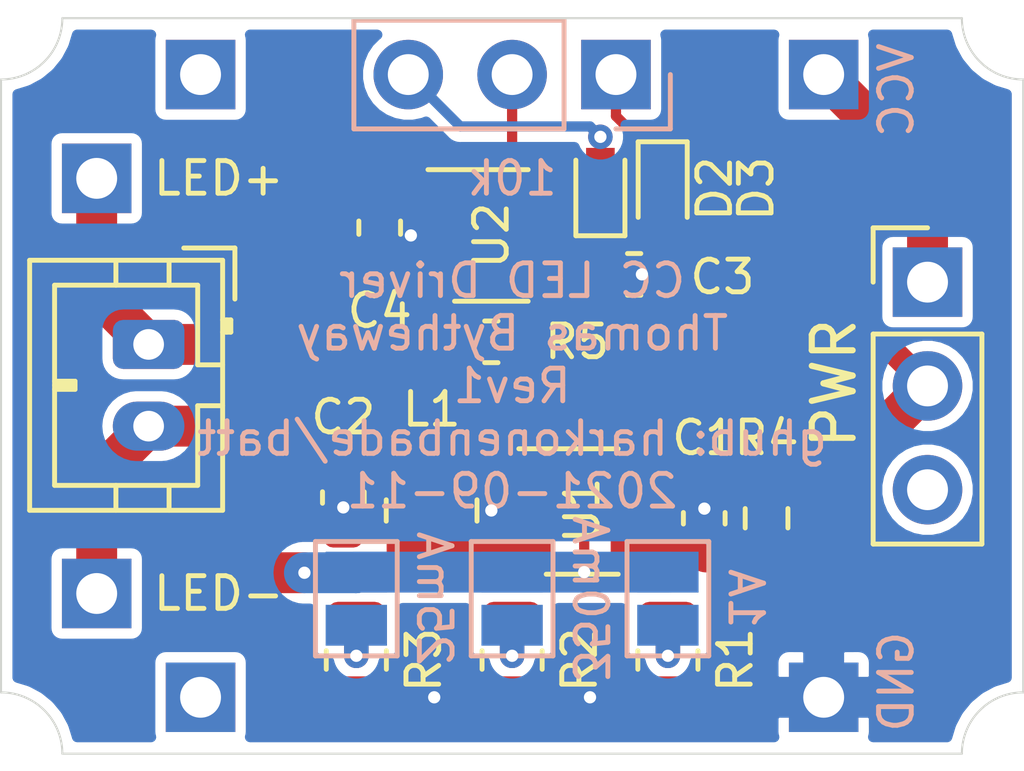
<source format=kicad_pcb>
(kicad_pcb (version 20171130) (host pcbnew "(5.1.6)-1")

  (general
    (thickness 1.6)
    (drawings 16)
    (tracks 102)
    (zones 0)
    (modules 26)
    (nets 15)
  )

  (page A4)
  (layers
    (0 F.Cu signal)
    (31 B.Cu signal)
    (32 B.Adhes user)
    (33 F.Adhes user)
    (34 B.Paste user)
    (35 F.Paste user)
    (36 B.SilkS user)
    (37 F.SilkS user)
    (38 B.Mask user)
    (39 F.Mask user)
    (40 Dwgs.User user)
    (41 Cmts.User user)
    (42 Eco1.User user)
    (43 Eco2.User user)
    (44 Edge.Cuts user)
    (45 Margin user)
    (46 B.CrtYd user)
    (47 F.CrtYd user)
    (48 B.Fab user hide)
    (49 F.Fab user hide)
  )

  (setup
    (last_trace_width 1)
    (user_trace_width 0.2)
    (user_trace_width 0.4)
    (user_trace_width 0.5)
    (user_trace_width 0.6)
    (user_trace_width 0.8)
    (user_trace_width 1)
    (trace_clearance 0.2)
    (zone_clearance 0.254)
    (zone_45_only no)
    (trace_min 0.2)
    (via_size 0.8)
    (via_drill 0.4)
    (via_min_size 0.4)
    (via_min_drill 0.3)
    (user_via 0.6 0.3)
    (uvia_size 0.3)
    (uvia_drill 0.1)
    (uvias_allowed no)
    (uvia_min_size 0.2)
    (uvia_min_drill 0.1)
    (edge_width 0.05)
    (segment_width 0.2)
    (pcb_text_width 0.3)
    (pcb_text_size 1.5 1.5)
    (mod_edge_width 0.12)
    (mod_text_size 1 1)
    (mod_text_width 0.15)
    (pad_size 1.7 1.7)
    (pad_drill 1)
    (pad_to_mask_clearance 0)
    (aux_axis_origin 62 59)
    (visible_elements 7FFFFF7F)
    (pcbplotparams
      (layerselection 0x010fc_ffffffff)
      (usegerberextensions true)
      (usegerberattributes true)
      (usegerberadvancedattributes true)
      (creategerberjobfile false)
      (excludeedgelayer true)
      (linewidth 0.100000)
      (plotframeref false)
      (viasonmask false)
      (mode 1)
      (useauxorigin false)
      (hpglpennumber 1)
      (hpglpenspeed 20)
      (hpglpendiameter 15.000000)
      (psnegative false)
      (psa4output false)
      (plotreference true)
      (plotvalue true)
      (plotinvisibletext false)
      (padsonsilk false)
      (subtractmaskfromsilk false)
      (outputformat 1)
      (mirror false)
      (drillshape 0)
      (scaleselection 1)
      (outputdirectory "./gerbers"))
  )

  (net 0 "")
  (net 1 GND)
  (net 2 VCC)
  (net 3 "Net-(C2-Pad1)")
  (net 4 "Net-(L1-Pad2)")
  (net 5 "Net-(D1-Pad2)")
  (net 6 "Net-(JP1-Pad2)")
  (net 7 "Net-(JP2-Pad2)")
  (net 8 "Net-(JP3-Pad2)")
  (net 9 "Net-(C4-Pad1)")
  (net 10 "Net-(D2-Pad2)")
  (net 11 "Net-(D2-Pad1)")
  (net 12 "Net-(D3-Pad1)")
  (net 13 "Net-(R5-Pad2)")
  (net 14 "Net-(J1-Pad1)")

  (net_class Default "This is the default net class."
    (clearance 0.2)
    (trace_width 0.25)
    (via_dia 0.8)
    (via_drill 0.4)
    (uvia_dia 0.3)
    (uvia_drill 0.1)
    (add_net GND)
    (add_net "Net-(C2-Pad1)")
    (add_net "Net-(C4-Pad1)")
    (add_net "Net-(D1-Pad2)")
    (add_net "Net-(D2-Pad1)")
    (add_net "Net-(D2-Pad2)")
    (add_net "Net-(D3-Pad1)")
    (add_net "Net-(J1-Pad1)")
    (add_net "Net-(J5-Pad1)")
    (add_net "Net-(J8-Pad1)")
    (add_net "Net-(JP1-Pad2)")
    (add_net "Net-(JP2-Pad2)")
    (add_net "Net-(JP3-Pad2)")
    (add_net "Net-(L1-Pad2)")
    (add_net "Net-(R5-Pad2)")
    (add_net "Net-(SW1-Pad3)")
    (add_net VCC)
  )

  (module Connector_PinHeader_2.54mm:PinHeader_1x03_P2.54mm_Vertical (layer F.Cu) (tedit 59FED5CC) (tstamp 614198C8)
    (at 43.18 30.48)
    (descr "Through hole straight pin header, 1x03, 2.54mm pitch, single row")
    (tags "Through hole pin header THT 1x03 2.54mm single row")
    (path /61419E76)
    (fp_text reference SW1 (at 0 -2.33) (layer F.SilkS) hide
      (effects (font (size 1 1) (thickness 0.15)))
    )
    (fp_text value PWR (at -2.286 2.4765 90) (layer F.SilkS)
      (effects (font (size 1 1) (thickness 0.15)))
    )
    (fp_text user %R (at 0 2.54 90) (layer F.Fab)
      (effects (font (size 1 1) (thickness 0.15)))
    )
    (fp_line (start -0.635 -1.27) (end 1.27 -1.27) (layer F.Fab) (width 0.1))
    (fp_line (start 1.27 -1.27) (end 1.27 6.35) (layer F.Fab) (width 0.1))
    (fp_line (start 1.27 6.35) (end -1.27 6.35) (layer F.Fab) (width 0.1))
    (fp_line (start -1.27 6.35) (end -1.27 -0.635) (layer F.Fab) (width 0.1))
    (fp_line (start -1.27 -0.635) (end -0.635 -1.27) (layer F.Fab) (width 0.1))
    (fp_line (start -1.33 6.41) (end 1.33 6.41) (layer F.SilkS) (width 0.12))
    (fp_line (start -1.33 1.27) (end -1.33 6.41) (layer F.SilkS) (width 0.12))
    (fp_line (start 1.33 1.27) (end 1.33 6.41) (layer F.SilkS) (width 0.12))
    (fp_line (start -1.33 1.27) (end 1.33 1.27) (layer F.SilkS) (width 0.12))
    (fp_line (start -1.33 0) (end -1.33 -1.33) (layer F.SilkS) (width 0.12))
    (fp_line (start -1.33 -1.33) (end 0 -1.33) (layer F.SilkS) (width 0.12))
    (fp_line (start -1.8 -1.8) (end -1.8 6.85) (layer F.CrtYd) (width 0.05))
    (fp_line (start -1.8 6.85) (end 1.8 6.85) (layer F.CrtYd) (width 0.05))
    (fp_line (start 1.8 6.85) (end 1.8 -1.8) (layer F.CrtYd) (width 0.05))
    (fp_line (start 1.8 -1.8) (end -1.8 -1.8) (layer F.CrtYd) (width 0.05))
    (pad 3 thru_hole oval (at 0 5.08) (size 1.7 1.7) (drill 1) (layers *.Cu *.Mask))
    (pad 2 thru_hole oval (at 0 2.54) (size 1.7 1.7) (drill 1) (layers *.Cu *.Mask)
      (net 2 VCC))
    (pad 1 thru_hole rect (at 0 0) (size 1.7 1.7) (drill 1) (layers *.Cu *.Mask)
      (net 14 "Net-(J1-Pad1)"))
  )

  (module Diode_SMD:D_SOD-523 (layer F.Cu) (tedit 586419F0) (tstamp 613EF0B2)
    (at 36.703 28.194 270)
    (descr "http://www.diodes.com/datasheets/ap02001.pdf p.144")
    (tags "Diode SOD523")
    (path /613EF580)
    (attr smd)
    (fp_text reference D3 (at 0 -2.286 90) (layer F.SilkS)
      (effects (font (size 0.8 0.8) (thickness 0.12)))
    )
    (fp_text value " " (at 0 1.4 90) (layer F.Fab)
      (effects (font (size 0.8 0.8) (thickness 0.12)))
    )
    (fp_line (start 0.7 0.6) (end -1.15 0.6) (layer F.SilkS) (width 0.12))
    (fp_line (start 0.7 -0.6) (end -1.15 -0.6) (layer F.SilkS) (width 0.12))
    (fp_line (start 0.65 0.45) (end -0.65 0.45) (layer F.Fab) (width 0.1))
    (fp_line (start -0.65 0.45) (end -0.65 -0.45) (layer F.Fab) (width 0.1))
    (fp_line (start -0.65 -0.45) (end 0.65 -0.45) (layer F.Fab) (width 0.1))
    (fp_line (start 0.65 -0.45) (end 0.65 0.45) (layer F.Fab) (width 0.1))
    (fp_line (start -0.2 0.2) (end -0.2 -0.2) (layer F.Fab) (width 0.1))
    (fp_line (start -0.2 0) (end -0.35 0) (layer F.Fab) (width 0.1))
    (fp_line (start -0.2 0) (end 0.1 0.2) (layer F.Fab) (width 0.1))
    (fp_line (start 0.1 0.2) (end 0.1 -0.2) (layer F.Fab) (width 0.1))
    (fp_line (start 0.1 -0.2) (end -0.2 0) (layer F.Fab) (width 0.1))
    (fp_line (start 0.1 0) (end 0.25 0) (layer F.Fab) (width 0.1))
    (fp_line (start 1.25 0.7) (end -1.25 0.7) (layer F.CrtYd) (width 0.05))
    (fp_line (start -1.25 0.7) (end -1.25 -0.7) (layer F.CrtYd) (width 0.05))
    (fp_line (start -1.25 -0.7) (end 1.25 -0.7) (layer F.CrtYd) (width 0.05))
    (fp_line (start 1.25 -0.7) (end 1.25 0.7) (layer F.CrtYd) (width 0.05))
    (fp_line (start -1.15 -0.6) (end -1.15 0.6) (layer F.SilkS) (width 0.12))
    (fp_text user %R (at 0 -1.3 90) (layer F.Fab)
      (effects (font (size 0.8 0.8) (thickness 0.12)))
    )
    (pad 1 smd rect (at -0.7 0 90) (size 0.6 0.7) (layers F.Cu F.Paste F.Mask)
      (net 12 "Net-(D3-Pad1)"))
    (pad 2 smd rect (at 0.7 0 90) (size 0.6 0.7) (layers F.Cu F.Paste F.Mask)
      (net 11 "Net-(D2-Pad1)"))
    (model ${KISYS3DMOD}/Diode_SMD.3dshapes/D_SOD-523.wrl
      (at (xyz 0 0 0))
      (scale (xyz 1 1 1))
      (rotate (xyz 0 0 0))
    )
  )

  (module Diode_SMD:D_SOD-523 (layer F.Cu) (tedit 586419F0) (tstamp 613EF09F)
    (at 35.179 28.194 90)
    (descr "http://www.diodes.com/datasheets/ap02001.pdf p.144")
    (tags "Diode SOD523")
    (path /613EEA2E)
    (attr smd)
    (fp_text reference D2 (at 0 2.794 90) (layer F.SilkS)
      (effects (font (size 0.8 0.8) (thickness 0.12)))
    )
    (fp_text value " " (at 0 1.4 90) (layer F.Fab)
      (effects (font (size 0.8 0.8) (thickness 0.12)))
    )
    (fp_line (start 0.7 0.6) (end -1.15 0.6) (layer F.SilkS) (width 0.12))
    (fp_line (start 0.7 -0.6) (end -1.15 -0.6) (layer F.SilkS) (width 0.12))
    (fp_line (start 0.65 0.45) (end -0.65 0.45) (layer F.Fab) (width 0.1))
    (fp_line (start -0.65 0.45) (end -0.65 -0.45) (layer F.Fab) (width 0.1))
    (fp_line (start -0.65 -0.45) (end 0.65 -0.45) (layer F.Fab) (width 0.1))
    (fp_line (start 0.65 -0.45) (end 0.65 0.45) (layer F.Fab) (width 0.1))
    (fp_line (start -0.2 0.2) (end -0.2 -0.2) (layer F.Fab) (width 0.1))
    (fp_line (start -0.2 0) (end -0.35 0) (layer F.Fab) (width 0.1))
    (fp_line (start -0.2 0) (end 0.1 0.2) (layer F.Fab) (width 0.1))
    (fp_line (start 0.1 0.2) (end 0.1 -0.2) (layer F.Fab) (width 0.1))
    (fp_line (start 0.1 -0.2) (end -0.2 0) (layer F.Fab) (width 0.1))
    (fp_line (start 0.1 0) (end 0.25 0) (layer F.Fab) (width 0.1))
    (fp_line (start 1.25 0.7) (end -1.25 0.7) (layer F.CrtYd) (width 0.05))
    (fp_line (start -1.25 0.7) (end -1.25 -0.7) (layer F.CrtYd) (width 0.05))
    (fp_line (start -1.25 -0.7) (end 1.25 -0.7) (layer F.CrtYd) (width 0.05))
    (fp_line (start 1.25 -0.7) (end 1.25 0.7) (layer F.CrtYd) (width 0.05))
    (fp_line (start -1.15 -0.6) (end -1.15 0.6) (layer F.SilkS) (width 0.12))
    (fp_text user %R (at 0 -1.3 90) (layer F.Fab)
      (effects (font (size 0.8 0.8) (thickness 0.12)))
    )
    (pad 1 smd rect (at -0.7 0 270) (size 0.6 0.7) (layers F.Cu F.Paste F.Mask)
      (net 11 "Net-(D2-Pad1)"))
    (pad 2 smd rect (at 0.7 0 270) (size 0.6 0.7) (layers F.Cu F.Paste F.Mask)
      (net 10 "Net-(D2-Pad2)"))
    (model ${KISYS3DMOD}/Diode_SMD.3dshapes/D_SOD-523.wrl
      (at (xyz 0 0 0))
      (scale (xyz 1 1 1))
      (rotate (xyz 0 0 0))
    )
  )

  (module Package_TO_SOT_SMD:SOT-23-5 (layer F.Cu) (tedit 5A02FF57) (tstamp 613EF2AD)
    (at 32.512 29.337)
    (descr "5-pin SOT23 package")
    (tags SOT-23-5)
    (path /613E94F0)
    (attr smd)
    (fp_text reference U2 (at 0 0 90) (layer F.SilkS)
      (effects (font (size 0.8 0.8) (thickness 0.12)))
    )
    (fp_text value MIC1557 (at 0 2.9) (layer F.Fab)
      (effects (font (size 0.8 0.8) (thickness 0.12)))
    )
    (fp_line (start 0.9 -1.55) (end 0.9 1.55) (layer F.Fab) (width 0.1))
    (fp_line (start 0.9 1.55) (end -0.9 1.55) (layer F.Fab) (width 0.1))
    (fp_line (start -0.9 -0.9) (end -0.9 1.55) (layer F.Fab) (width 0.1))
    (fp_line (start 0.9 -1.55) (end -0.25 -1.55) (layer F.Fab) (width 0.1))
    (fp_line (start -0.9 -0.9) (end -0.25 -1.55) (layer F.Fab) (width 0.1))
    (fp_line (start -1.9 1.8) (end -1.9 -1.8) (layer F.CrtYd) (width 0.05))
    (fp_line (start 1.9 1.8) (end -1.9 1.8) (layer F.CrtYd) (width 0.05))
    (fp_line (start 1.9 -1.8) (end 1.9 1.8) (layer F.CrtYd) (width 0.05))
    (fp_line (start -1.9 -1.8) (end 1.9 -1.8) (layer F.CrtYd) (width 0.05))
    (fp_line (start 0.9 -1.61) (end -1.55 -1.61) (layer F.SilkS) (width 0.12))
    (fp_line (start -0.9 1.61) (end 0.9 1.61) (layer F.SilkS) (width 0.12))
    (fp_text user %R (at 0 0 90) (layer F.Fab)
      (effects (font (size 0.8 0.8) (thickness 0.12)))
    )
    (pad 5 smd rect (at 1.1 -0.95) (size 1.06 0.65) (layers F.Cu F.Paste F.Mask)
      (net 11 "Net-(D2-Pad1)"))
    (pad 4 smd rect (at 1.1 0.95) (size 1.06 0.65) (layers F.Cu F.Paste F.Mask)
      (net 2 VCC))
    (pad 3 smd rect (at -1.1 0.95) (size 1.06 0.65) (layers F.Cu F.Paste F.Mask)
      (net 13 "Net-(R5-Pad2)"))
    (pad 2 smd rect (at -1.1 0) (size 1.06 0.65) (layers F.Cu F.Paste F.Mask)
      (net 1 GND))
    (pad 1 smd rect (at -1.1 -0.95) (size 1.06 0.65) (layers F.Cu F.Paste F.Mask)
      (net 9 "Net-(C4-Pad1)"))
    (model ${KISYS3DMOD}/Package_TO_SOT_SMD.3dshapes/SOT-23-5.wrl
      (at (xyz 0 0 0))
      (scale (xyz 1 1 1))
      (rotate (xyz 0 0 0))
    )
  )

  (module Connector_PinHeader_2.54mm:PinHeader_1x03_P2.54mm_Vertical (layer B.Cu) (tedit 59FED5CC) (tstamp 61418783)
    (at 35.56 25.4 90)
    (descr "Through hole straight pin header, 1x03, 2.54mm pitch, single row")
    (tags "Through hole pin header THT 1x03 2.54mm single row")
    (path /613ED1D9)
    (fp_text reference RV1 (at 0 2.33 270) (layer B.SilkS) hide
      (effects (font (size 0.8 0.8) (thickness 0.12)) (justify mirror))
    )
    (fp_text value 10k (at -2.54 -2.54 180) (layer B.SilkS)
      (effects (font (size 0.8 0.8) (thickness 0.12)) (justify mirror))
    )
    (fp_line (start 1.8 1.8) (end -1.8 1.8) (layer B.CrtYd) (width 0.05))
    (fp_line (start 1.8 -6.85) (end 1.8 1.8) (layer B.CrtYd) (width 0.05))
    (fp_line (start -1.8 -6.85) (end 1.8 -6.85) (layer B.CrtYd) (width 0.05))
    (fp_line (start -1.8 1.8) (end -1.8 -6.85) (layer B.CrtYd) (width 0.05))
    (fp_line (start -1.33 1.33) (end 0 1.33) (layer B.SilkS) (width 0.12))
    (fp_line (start -1.33 0) (end -1.33 1.33) (layer B.SilkS) (width 0.12))
    (fp_line (start -1.33 -1.27) (end 1.33 -1.27) (layer B.SilkS) (width 0.12))
    (fp_line (start 1.33 -1.27) (end 1.33 -6.41) (layer B.SilkS) (width 0.12))
    (fp_line (start -1.33 -1.27) (end -1.33 -6.41) (layer B.SilkS) (width 0.12))
    (fp_line (start -1.33 -6.41) (end 1.33 -6.41) (layer B.SilkS) (width 0.12))
    (fp_line (start -1.27 0.635) (end -0.635 1.27) (layer B.Fab) (width 0.1))
    (fp_line (start -1.27 -6.35) (end -1.27 0.635) (layer B.Fab) (width 0.1))
    (fp_line (start 1.27 -6.35) (end -1.27 -6.35) (layer B.Fab) (width 0.1))
    (fp_line (start 1.27 1.27) (end 1.27 -6.35) (layer B.Fab) (width 0.1))
    (fp_line (start -0.635 1.27) (end 1.27 1.27) (layer B.Fab) (width 0.1))
    (fp_text user %R (at 0 -2.54) (layer B.Fab)
      (effects (font (size 0.8 0.8) (thickness 0.12)) (justify mirror))
    )
    (pad 3 thru_hole oval (at 0 -5.08 90) (size 1.7 1.7) (drill 1) (layers *.Cu *.Mask)
      (net 10 "Net-(D2-Pad2)"))
    (pad 2 thru_hole oval (at 0 -2.54 90) (size 1.7 1.7) (drill 1) (layers *.Cu *.Mask)
      (net 9 "Net-(C4-Pad1)"))
    (pad 1 thru_hole rect (at 0 0 90) (size 1.7 1.7) (drill 1) (layers *.Cu *.Mask)
      (net 12 "Net-(D3-Pad1)"))
  )

  (module Resistor_SMD:R_0603_1608Metric (layer F.Cu) (tedit 5B301BBD) (tstamp 613EF259)
    (at 32.512 31.9405 180)
    (descr "Resistor SMD 0603 (1608 Metric), square (rectangular) end terminal, IPC_7351 nominal, (Body size source: http://www.tortai-tech.com/upload/download/2011102023233369053.pdf), generated with kicad-footprint-generator")
    (tags resistor)
    (path /613EAB82)
    (attr smd)
    (fp_text reference R5 (at -2.0955 0) (layer F.SilkS)
      (effects (font (size 0.8 0.8) (thickness 0.12)))
    )
    (fp_text value 100k (at 0 1.43) (layer F.Fab)
      (effects (font (size 0.8 0.8) (thickness 0.12)))
    )
    (fp_line (start 1.48 0.73) (end -1.48 0.73) (layer F.CrtYd) (width 0.05))
    (fp_line (start 1.48 -0.73) (end 1.48 0.73) (layer F.CrtYd) (width 0.05))
    (fp_line (start -1.48 -0.73) (end 1.48 -0.73) (layer F.CrtYd) (width 0.05))
    (fp_line (start -1.48 0.73) (end -1.48 -0.73) (layer F.CrtYd) (width 0.05))
    (fp_line (start -0.162779 0.51) (end 0.162779 0.51) (layer F.SilkS) (width 0.12))
    (fp_line (start -0.162779 -0.51) (end 0.162779 -0.51) (layer F.SilkS) (width 0.12))
    (fp_line (start 0.8 0.4) (end -0.8 0.4) (layer F.Fab) (width 0.1))
    (fp_line (start 0.8 -0.4) (end 0.8 0.4) (layer F.Fab) (width 0.1))
    (fp_line (start -0.8 -0.4) (end 0.8 -0.4) (layer F.Fab) (width 0.1))
    (fp_line (start -0.8 0.4) (end -0.8 -0.4) (layer F.Fab) (width 0.1))
    (fp_text user %R (at 0 0) (layer F.Fab)
      (effects (font (size 0.8 0.8) (thickness 0.12)))
    )
    (pad 2 smd roundrect (at 0.7875 0 180) (size 0.875 0.95) (layers F.Cu F.Paste F.Mask) (roundrect_rratio 0.25)
      (net 13 "Net-(R5-Pad2)"))
    (pad 1 smd roundrect (at -0.7875 0 180) (size 0.875 0.95) (layers F.Cu F.Paste F.Mask) (roundrect_rratio 0.25)
      (net 2 VCC))
    (model ${KISYS3DMOD}/Resistor_SMD.3dshapes/R_0603_1608Metric.wrl
      (at (xyz 0 0 0))
      (scale (xyz 1 1 1))
      (rotate (xyz 0 0 0))
    )
  )

  (module Capacitor_SMD:C_0603_1608Metric (layer F.Cu) (tedit 5B301BBE) (tstamp 613EF03A)
    (at 29.7815 29.1465 270)
    (descr "Capacitor SMD 0603 (1608 Metric), square (rectangular) end terminal, IPC_7351 nominal, (Body size source: http://www.tortai-tech.com/upload/download/2011102023233369053.pdf), generated with kicad-footprint-generator")
    (tags capacitor)
    (path /613E99B9)
    (attr smd)
    (fp_text reference C4 (at 2.032 0 180) (layer F.SilkS)
      (effects (font (size 0.8 0.8) (thickness 0.12)))
    )
    (fp_text value 100n (at 0 1.43 90) (layer F.Fab)
      (effects (font (size 0.8 0.8) (thickness 0.12)))
    )
    (fp_line (start 1.48 0.73) (end -1.48 0.73) (layer F.CrtYd) (width 0.05))
    (fp_line (start 1.48 -0.73) (end 1.48 0.73) (layer F.CrtYd) (width 0.05))
    (fp_line (start -1.48 -0.73) (end 1.48 -0.73) (layer F.CrtYd) (width 0.05))
    (fp_line (start -1.48 0.73) (end -1.48 -0.73) (layer F.CrtYd) (width 0.05))
    (fp_line (start -0.162779 0.51) (end 0.162779 0.51) (layer F.SilkS) (width 0.12))
    (fp_line (start -0.162779 -0.51) (end 0.162779 -0.51) (layer F.SilkS) (width 0.12))
    (fp_line (start 0.8 0.4) (end -0.8 0.4) (layer F.Fab) (width 0.1))
    (fp_line (start 0.8 -0.4) (end 0.8 0.4) (layer F.Fab) (width 0.1))
    (fp_line (start -0.8 -0.4) (end 0.8 -0.4) (layer F.Fab) (width 0.1))
    (fp_line (start -0.8 0.4) (end -0.8 -0.4) (layer F.Fab) (width 0.1))
    (fp_text user %R (at 0 0 90) (layer F.Fab)
      (effects (font (size 0.8 0.8) (thickness 0.12)))
    )
    (pad 2 smd roundrect (at 0.7875 0 270) (size 0.875 0.95) (layers F.Cu F.Paste F.Mask) (roundrect_rratio 0.25)
      (net 1 GND))
    (pad 1 smd roundrect (at -0.7875 0 270) (size 0.875 0.95) (layers F.Cu F.Paste F.Mask) (roundrect_rratio 0.25)
      (net 9 "Net-(C4-Pad1)"))
    (model ${KISYS3DMOD}/Capacitor_SMD.3dshapes/C_0603_1608Metric.wrl
      (at (xyz 0 0 0))
      (scale (xyz 1 1 1))
      (rotate (xyz 0 0 0))
    )
  )

  (module Capacitor_SMD:C_0603_1608Metric (layer F.Cu) (tedit 5B301BBE) (tstamp 613EF029)
    (at 36.0045 30.2895)
    (descr "Capacitor SMD 0603 (1608 Metric), square (rectangular) end terminal, IPC_7351 nominal, (Body size source: http://www.tortai-tech.com/upload/download/2011102023233369053.pdf), generated with kicad-footprint-generator")
    (tags capacitor)
    (path /613EB36F)
    (attr smd)
    (fp_text reference C3 (at 2.159 0.0635) (layer F.SilkS)
      (effects (font (size 0.8 0.8) (thickness 0.12)))
    )
    (fp_text value 100n (at 0 1.43) (layer F.Fab)
      (effects (font (size 0.8 0.8) (thickness 0.12)))
    )
    (fp_line (start 1.48 0.73) (end -1.48 0.73) (layer F.CrtYd) (width 0.05))
    (fp_line (start 1.48 -0.73) (end 1.48 0.73) (layer F.CrtYd) (width 0.05))
    (fp_line (start -1.48 -0.73) (end 1.48 -0.73) (layer F.CrtYd) (width 0.05))
    (fp_line (start -1.48 0.73) (end -1.48 -0.73) (layer F.CrtYd) (width 0.05))
    (fp_line (start -0.162779 0.51) (end 0.162779 0.51) (layer F.SilkS) (width 0.12))
    (fp_line (start -0.162779 -0.51) (end 0.162779 -0.51) (layer F.SilkS) (width 0.12))
    (fp_line (start 0.8 0.4) (end -0.8 0.4) (layer F.Fab) (width 0.1))
    (fp_line (start 0.8 -0.4) (end 0.8 0.4) (layer F.Fab) (width 0.1))
    (fp_line (start -0.8 -0.4) (end 0.8 -0.4) (layer F.Fab) (width 0.1))
    (fp_line (start -0.8 0.4) (end -0.8 -0.4) (layer F.Fab) (width 0.1))
    (fp_text user %R (at 0 0) (layer F.Fab)
      (effects (font (size 0.8 0.8) (thickness 0.12)))
    )
    (pad 2 smd roundrect (at 0.7875 0) (size 0.875 0.95) (layers F.Cu F.Paste F.Mask) (roundrect_rratio 0.25)
      (net 1 GND))
    (pad 1 smd roundrect (at -0.7875 0) (size 0.875 0.95) (layers F.Cu F.Paste F.Mask) (roundrect_rratio 0.25)
      (net 2 VCC))
    (model ${KISYS3DMOD}/Capacitor_SMD.3dshapes/C_0603_1608Metric.wrl
      (at (xyz 0 0 0))
      (scale (xyz 1 1 1))
      (rotate (xyz 0 0 0))
    )
  )

  (module Connector_JST:JST_PH_B2B-PH-K_1x02_P2.00mm_Vertical (layer F.Cu) (tedit 5B7745C2) (tstamp 613C3641)
    (at 24.13 32.004 270)
    (descr "JST PH series connector, B2B-PH-K (http://www.jst-mfg.com/product/pdf/eng/ePH.pdf), generated with kicad-footprint-generator")
    (tags "connector JST PH side entry")
    (path /613D1ADF)
    (fp_text reference D1 (at 1 -2.9 90) (layer F.SilkS) hide
      (effects (font (size 0.8 0.8) (thickness 0.12)))
    )
    (fp_text value LED (at 1 4 90) (layer F.Fab)
      (effects (font (size 0.8 0.8) (thickness 0.12)))
    )
    (fp_line (start 4.45 -2.2) (end -2.45 -2.2) (layer F.CrtYd) (width 0.05))
    (fp_line (start 4.45 3.3) (end 4.45 -2.2) (layer F.CrtYd) (width 0.05))
    (fp_line (start -2.45 3.3) (end 4.45 3.3) (layer F.CrtYd) (width 0.05))
    (fp_line (start -2.45 -2.2) (end -2.45 3.3) (layer F.CrtYd) (width 0.05))
    (fp_line (start 3.95 -1.7) (end -1.95 -1.7) (layer F.Fab) (width 0.1))
    (fp_line (start 3.95 2.8) (end 3.95 -1.7) (layer F.Fab) (width 0.1))
    (fp_line (start -1.95 2.8) (end 3.95 2.8) (layer F.Fab) (width 0.1))
    (fp_line (start -1.95 -1.7) (end -1.95 2.8) (layer F.Fab) (width 0.1))
    (fp_line (start -2.36 -2.11) (end -2.36 -0.86) (layer F.Fab) (width 0.1))
    (fp_line (start -1.11 -2.11) (end -2.36 -2.11) (layer F.Fab) (width 0.1))
    (fp_line (start -2.36 -2.11) (end -2.36 -0.86) (layer F.SilkS) (width 0.12))
    (fp_line (start -1.11 -2.11) (end -2.36 -2.11) (layer F.SilkS) (width 0.12))
    (fp_line (start 1 2.3) (end 1 1.8) (layer F.SilkS) (width 0.12))
    (fp_line (start 1.1 1.8) (end 1.1 2.3) (layer F.SilkS) (width 0.12))
    (fp_line (start 0.9 1.8) (end 1.1 1.8) (layer F.SilkS) (width 0.12))
    (fp_line (start 0.9 2.3) (end 0.9 1.8) (layer F.SilkS) (width 0.12))
    (fp_line (start 4.06 0.8) (end 3.45 0.8) (layer F.SilkS) (width 0.12))
    (fp_line (start 4.06 -0.5) (end 3.45 -0.5) (layer F.SilkS) (width 0.12))
    (fp_line (start -2.06 0.8) (end -1.45 0.8) (layer F.SilkS) (width 0.12))
    (fp_line (start -2.06 -0.5) (end -1.45 -0.5) (layer F.SilkS) (width 0.12))
    (fp_line (start 1.5 -1.2) (end 1.5 -1.81) (layer F.SilkS) (width 0.12))
    (fp_line (start 3.45 -1.2) (end 1.5 -1.2) (layer F.SilkS) (width 0.12))
    (fp_line (start 3.45 2.3) (end 3.45 -1.2) (layer F.SilkS) (width 0.12))
    (fp_line (start -1.45 2.3) (end 3.45 2.3) (layer F.SilkS) (width 0.12))
    (fp_line (start -1.45 -1.2) (end -1.45 2.3) (layer F.SilkS) (width 0.12))
    (fp_line (start 0.5 -1.2) (end -1.45 -1.2) (layer F.SilkS) (width 0.12))
    (fp_line (start 0.5 -1.81) (end 0.5 -1.2) (layer F.SilkS) (width 0.12))
    (fp_line (start -0.3 -1.91) (end -0.6 -1.91) (layer F.SilkS) (width 0.12))
    (fp_line (start -0.6 -2.01) (end -0.6 -1.81) (layer F.SilkS) (width 0.12))
    (fp_line (start -0.3 -2.01) (end -0.6 -2.01) (layer F.SilkS) (width 0.12))
    (fp_line (start -0.3 -1.81) (end -0.3 -2.01) (layer F.SilkS) (width 0.12))
    (fp_line (start 4.06 -1.81) (end -2.06 -1.81) (layer F.SilkS) (width 0.12))
    (fp_line (start 4.06 2.91) (end 4.06 -1.81) (layer F.SilkS) (width 0.12))
    (fp_line (start -2.06 2.91) (end 4.06 2.91) (layer F.SilkS) (width 0.12))
    (fp_line (start -2.06 -1.81) (end -2.06 2.91) (layer F.SilkS) (width 0.12))
    (fp_text user %R (at 1 1.5 90) (layer F.Fab)
      (effects (font (size 0.8 0.8) (thickness 0.12)))
    )
    (pad 2 thru_hole oval (at 2 0 270) (size 1.2 1.75) (drill 0.75) (layers *.Cu *.Mask)
      (net 5 "Net-(D1-Pad2)"))
    (pad 1 thru_hole roundrect (at 0 0 270) (size 1.2 1.75) (drill 0.75) (layers *.Cu *.Mask) (roundrect_rratio 0.208333)
      (net 3 "Net-(C2-Pad1)"))
    (model ${KISYS3DMOD}/Connector_JST.3dshapes/JST_PH_B2B-PH-K_1x02_P2.00mm_Vertical.wrl
      (at (xyz 0 0 0))
      (scale (xyz 1 1 1))
      (rotate (xyz 0 0 0))
    )
  )

  (module Resistor_SMD:R_0603_1608Metric (layer F.Cu) (tedit 5F68FEEE) (tstamp 613C8D8C)
    (at 39.243 36.2585 90)
    (descr "Resistor SMD 0603 (1608 Metric), square (rectangular) end terminal, IPC_7351 nominal, (Body size source: IPC-SM-782 page 72, https://www.pcb-3d.com/wordpress/wp-content/uploads/ipc-sm-782a_amendment_1_and_2.pdf), generated with kicad-footprint-generator")
    (tags resistor)
    (path /613CA26F)
    (attr smd)
    (fp_text reference R4 (at 1.9685 0 180) (layer F.SilkS)
      (effects (font (size 0.8 0.8) (thickness 0.12)))
    )
    (fp_text value 1k (at 0 1.43 90) (layer F.Fab)
      (effects (font (size 0.8 0.8) (thickness 0.12)))
    )
    (fp_line (start -0.8 0.4125) (end -0.8 -0.4125) (layer F.Fab) (width 0.1))
    (fp_line (start -0.8 -0.4125) (end 0.8 -0.4125) (layer F.Fab) (width 0.1))
    (fp_line (start 0.8 -0.4125) (end 0.8 0.4125) (layer F.Fab) (width 0.1))
    (fp_line (start 0.8 0.4125) (end -0.8 0.4125) (layer F.Fab) (width 0.1))
    (fp_line (start -0.237258 -0.5225) (end 0.237258 -0.5225) (layer F.SilkS) (width 0.12))
    (fp_line (start -0.237258 0.5225) (end 0.237258 0.5225) (layer F.SilkS) (width 0.12))
    (fp_line (start -1.48 0.73) (end -1.48 -0.73) (layer F.CrtYd) (width 0.05))
    (fp_line (start -1.48 -0.73) (end 1.48 -0.73) (layer F.CrtYd) (width 0.05))
    (fp_line (start 1.48 -0.73) (end 1.48 0.73) (layer F.CrtYd) (width 0.05))
    (fp_line (start 1.48 0.73) (end -1.48 0.73) (layer F.CrtYd) (width 0.05))
    (fp_text user %R (at 0 0 90) (layer F.Fab)
      (effects (font (size 0.8 0.8) (thickness 0.12)))
    )
    (pad 2 smd roundrect (at 0.825 0 90) (size 0.8 0.95) (layers F.Cu F.Paste F.Mask) (roundrect_rratio 0.25)
      (net 11 "Net-(D2-Pad1)"))
    (pad 1 smd roundrect (at -0.825 0 90) (size 0.8 0.95) (layers F.Cu F.Paste F.Mask) (roundrect_rratio 0.25)
      (net 2 VCC))
    (model ${KISYS3DMOD}/Resistor_SMD.3dshapes/R_0603_1608Metric.wrl
      (at (xyz 0 0 0))
      (scale (xyz 1 1 1))
      (rotate (xyz 0 0 0))
    )
  )

  (module Jumper:SolderJumper-2_P1.3mm_Open_Pad1.0x1.5mm (layer B.Cu) (tedit 5A3EABFC) (tstamp 613FABD6)
    (at 36.83 38.227 270)
    (descr "SMD Solder Jumper, 1x1.5mm Pads, 0.3mm gap, open")
    (tags "solder jumper open")
    (path /613E4A29)
    (attr virtual)
    (fp_text reference JP1 (at 0 1.8 90) (layer B.SilkS) hide
      (effects (font (size 0.8 0.8) (thickness 0.12)) (justify mirror))
    )
    (fp_text value " " (at 0 -1.9 90) (layer B.Fab)
      (effects (font (size 0.8 0.8) (thickness 0.12)) (justify mirror))
    )
    (fp_line (start -1.4 -1) (end -1.4 1) (layer B.SilkS) (width 0.12))
    (fp_line (start 1.4 -1) (end -1.4 -1) (layer B.SilkS) (width 0.12))
    (fp_line (start 1.4 1) (end 1.4 -1) (layer B.SilkS) (width 0.12))
    (fp_line (start -1.4 1) (end 1.4 1) (layer B.SilkS) (width 0.12))
    (fp_line (start -1.65 1.25) (end 1.65 1.25) (layer B.CrtYd) (width 0.05))
    (fp_line (start -1.65 1.25) (end -1.65 -1.25) (layer B.CrtYd) (width 0.05))
    (fp_line (start 1.65 -1.25) (end 1.65 1.25) (layer B.CrtYd) (width 0.05))
    (fp_line (start 1.65 -1.25) (end -1.65 -1.25) (layer B.CrtYd) (width 0.05))
    (pad 1 smd rect (at -0.65 0 270) (size 1 1.5) (layers B.Cu B.Mask)
      (net 5 "Net-(D1-Pad2)"))
    (pad 2 smd rect (at 0.65 0 270) (size 1 1.5) (layers B.Cu B.Mask)
      (net 6 "Net-(JP1-Pad2)"))
  )

  (module Resistor_SMD:R_0805_2012Metric (layer F.Cu) (tedit 5F68FEEE) (tstamp 613FAC27)
    (at 29.21 39.7275 270)
    (descr "Resistor SMD 0805 (2012 Metric), square (rectangular) end terminal, IPC_7351 nominal, (Body size source: IPC-SM-782 page 72, https://www.pcb-3d.com/wordpress/wp-content/uploads/ipc-sm-782a_amendment_1_and_2.pdf), generated with kicad-footprint-generator")
    (tags resistor)
    (path /613DE65A)
    (attr smd)
    (fp_text reference R3 (at 0 -1.65 90) (layer F.SilkS)
      (effects (font (size 0.8 0.8) (thickness 0.12)))
    )
    (fp_text value 4r (at 0 1.65 90) (layer F.Fab)
      (effects (font (size 0.8 0.8) (thickness 0.12)))
    )
    (fp_line (start 1.68 0.95) (end -1.68 0.95) (layer F.CrtYd) (width 0.05))
    (fp_line (start 1.68 -0.95) (end 1.68 0.95) (layer F.CrtYd) (width 0.05))
    (fp_line (start -1.68 -0.95) (end 1.68 -0.95) (layer F.CrtYd) (width 0.05))
    (fp_line (start -1.68 0.95) (end -1.68 -0.95) (layer F.CrtYd) (width 0.05))
    (fp_line (start -0.227064 0.735) (end 0.227064 0.735) (layer F.SilkS) (width 0.12))
    (fp_line (start -0.227064 -0.735) (end 0.227064 -0.735) (layer F.SilkS) (width 0.12))
    (fp_line (start 1 0.625) (end -1 0.625) (layer F.Fab) (width 0.1))
    (fp_line (start 1 -0.625) (end 1 0.625) (layer F.Fab) (width 0.1))
    (fp_line (start -1 -0.625) (end 1 -0.625) (layer F.Fab) (width 0.1))
    (fp_line (start -1 0.625) (end -1 -0.625) (layer F.Fab) (width 0.1))
    (fp_text user %R (at 0 0 90) (layer F.Fab)
      (effects (font (size 0.8 0.8) (thickness 0.12)))
    )
    (pad 2 smd roundrect (at 0.9125 0 270) (size 1.025 1.4) (layers F.Cu F.Paste F.Mask) (roundrect_rratio 0.243902)
      (net 1 GND))
    (pad 1 smd roundrect (at -0.9125 0 270) (size 1.025 1.4) (layers F.Cu F.Paste F.Mask) (roundrect_rratio 0.243902)
      (net 8 "Net-(JP3-Pad2)"))
    (model ${KISYS3DMOD}/Resistor_SMD.3dshapes/R_0805_2012Metric.wrl
      (at (xyz 0 0 0))
      (scale (xyz 1 1 1))
      (rotate (xyz 0 0 0))
    )
  )

  (module Resistor_SMD:R_0805_2012Metric (layer F.Cu) (tedit 5F68FEEE) (tstamp 613FAC7E)
    (at 33.02 39.7275 270)
    (descr "Resistor SMD 0805 (2012 Metric), square (rectangular) end terminal, IPC_7351 nominal, (Body size source: IPC-SM-782 page 72, https://www.pcb-3d.com/wordpress/wp-content/uploads/ipc-sm-782a_amendment_1_and_2.pdf), generated with kicad-footprint-generator")
    (tags resistor)
    (path /613DE2C0)
    (attr smd)
    (fp_text reference R2 (at 0 -1.65 90) (layer F.SilkS)
      (effects (font (size 0.8 0.8) (thickness 0.12)))
    )
    (fp_text value 0r286 (at 0 1.65 90) (layer F.Fab)
      (effects (font (size 0.8 0.8) (thickness 0.12)))
    )
    (fp_line (start 1.68 0.95) (end -1.68 0.95) (layer F.CrtYd) (width 0.05))
    (fp_line (start 1.68 -0.95) (end 1.68 0.95) (layer F.CrtYd) (width 0.05))
    (fp_line (start -1.68 -0.95) (end 1.68 -0.95) (layer F.CrtYd) (width 0.05))
    (fp_line (start -1.68 0.95) (end -1.68 -0.95) (layer F.CrtYd) (width 0.05))
    (fp_line (start -0.227064 0.735) (end 0.227064 0.735) (layer F.SilkS) (width 0.12))
    (fp_line (start -0.227064 -0.735) (end 0.227064 -0.735) (layer F.SilkS) (width 0.12))
    (fp_line (start 1 0.625) (end -1 0.625) (layer F.Fab) (width 0.1))
    (fp_line (start 1 -0.625) (end 1 0.625) (layer F.Fab) (width 0.1))
    (fp_line (start -1 -0.625) (end 1 -0.625) (layer F.Fab) (width 0.1))
    (fp_line (start -1 0.625) (end -1 -0.625) (layer F.Fab) (width 0.1))
    (fp_text user %R (at 0 0 90) (layer F.Fab)
      (effects (font (size 0.8 0.8) (thickness 0.12)))
    )
    (pad 2 smd roundrect (at 0.9125 0 270) (size 1.025 1.4) (layers F.Cu F.Paste F.Mask) (roundrect_rratio 0.243902)
      (net 1 GND))
    (pad 1 smd roundrect (at -0.9125 0 270) (size 1.025 1.4) (layers F.Cu F.Paste F.Mask) (roundrect_rratio 0.243902)
      (net 7 "Net-(JP2-Pad2)"))
    (model ${KISYS3DMOD}/Resistor_SMD.3dshapes/R_0805_2012Metric.wrl
      (at (xyz 0 0 0))
      (scale (xyz 1 1 1))
      (rotate (xyz 0 0 0))
    )
  )

  (module Resistor_SMD:R_0805_2012Metric (layer F.Cu) (tedit 5F68FEEE) (tstamp 613FABA9)
    (at 36.83 39.7275 270)
    (descr "Resistor SMD 0805 (2012 Metric), square (rectangular) end terminal, IPC_7351 nominal, (Body size source: IPC-SM-782 page 72, https://www.pcb-3d.com/wordpress/wp-content/uploads/ipc-sm-782a_amendment_1_and_2.pdf), generated with kicad-footprint-generator")
    (tags resistor)
    (path /613C9262)
    (attr smd)
    (fp_text reference R1 (at 0 -1.65 270) (layer F.SilkS)
      (effects (font (size 0.8 0.8) (thickness 0.12)))
    )
    (fp_text value 0r1 (at 0 1.65 90) (layer F.Fab)
      (effects (font (size 0.8 0.8) (thickness 0.12)))
    )
    (fp_line (start 1.68 0.95) (end -1.68 0.95) (layer F.CrtYd) (width 0.05))
    (fp_line (start 1.68 -0.95) (end 1.68 0.95) (layer F.CrtYd) (width 0.05))
    (fp_line (start -1.68 -0.95) (end 1.68 -0.95) (layer F.CrtYd) (width 0.05))
    (fp_line (start -1.68 0.95) (end -1.68 -0.95) (layer F.CrtYd) (width 0.05))
    (fp_line (start -0.227064 0.735) (end 0.227064 0.735) (layer F.SilkS) (width 0.12))
    (fp_line (start -0.227064 -0.735) (end 0.227064 -0.735) (layer F.SilkS) (width 0.12))
    (fp_line (start 1 0.625) (end -1 0.625) (layer F.Fab) (width 0.1))
    (fp_line (start 1 -0.625) (end 1 0.625) (layer F.Fab) (width 0.1))
    (fp_line (start -1 -0.625) (end 1 -0.625) (layer F.Fab) (width 0.1))
    (fp_line (start -1 0.625) (end -1 -0.625) (layer F.Fab) (width 0.1))
    (fp_text user %R (at 0 0 90) (layer F.Fab)
      (effects (font (size 0.8 0.8) (thickness 0.12)))
    )
    (pad 2 smd roundrect (at 0.9125 0 270) (size 1.025 1.4) (layers F.Cu F.Paste F.Mask) (roundrect_rratio 0.243902)
      (net 1 GND))
    (pad 1 smd roundrect (at -0.9125 0 270) (size 1.025 1.4) (layers F.Cu F.Paste F.Mask) (roundrect_rratio 0.243902)
      (net 6 "Net-(JP1-Pad2)"))
    (model ${KISYS3DMOD}/Resistor_SMD.3dshapes/R_0805_2012Metric.wrl
      (at (xyz 0 0 0))
      (scale (xyz 1 1 1))
      (rotate (xyz 0 0 0))
    )
  )

  (module Jumper:SolderJumper-2_P1.3mm_Open_Pad1.0x1.5mm (layer B.Cu) (tedit 5A3EABFC) (tstamp 613FABFD)
    (at 29.21 38.227 270)
    (descr "SMD Solder Jumper, 1x1.5mm Pads, 0.3mm gap, open")
    (tags "solder jumper open")
    (path /613E432F)
    (attr virtual)
    (fp_text reference JP3 (at 0 1.8 90) (layer B.SilkS) hide
      (effects (font (size 0.8 0.8) (thickness 0.12)) (justify mirror))
    )
    (fp_text value " " (at 0 -1.9 90) (layer B.Fab)
      (effects (font (size 0.8 0.8) (thickness 0.12)) (justify mirror))
    )
    (fp_line (start 1.65 -1.25) (end -1.65 -1.25) (layer B.CrtYd) (width 0.05))
    (fp_line (start 1.65 -1.25) (end 1.65 1.25) (layer B.CrtYd) (width 0.05))
    (fp_line (start -1.65 1.25) (end -1.65 -1.25) (layer B.CrtYd) (width 0.05))
    (fp_line (start -1.65 1.25) (end 1.65 1.25) (layer B.CrtYd) (width 0.05))
    (fp_line (start -1.4 1) (end 1.4 1) (layer B.SilkS) (width 0.12))
    (fp_line (start 1.4 1) (end 1.4 -1) (layer B.SilkS) (width 0.12))
    (fp_line (start 1.4 -1) (end -1.4 -1) (layer B.SilkS) (width 0.12))
    (fp_line (start -1.4 -1) (end -1.4 1) (layer B.SilkS) (width 0.12))
    (pad 1 smd rect (at -0.65 0 270) (size 1 1.5) (layers B.Cu B.Mask)
      (net 5 "Net-(D1-Pad2)"))
    (pad 2 smd rect (at 0.65 0 270) (size 1 1.5) (layers B.Cu B.Mask)
      (net 8 "Net-(JP3-Pad2)"))
  )

  (module Jumper:SolderJumper-2_P1.3mm_Open_Pad1.0x1.5mm (layer B.Cu) (tedit 5A3EABFC) (tstamp 613FAC54)
    (at 33.02 38.227 270)
    (descr "SMD Solder Jumper, 1x1.5mm Pads, 0.3mm gap, open")
    (tags "solder jumper open")
    (path /613DF4DC)
    (attr virtual)
    (fp_text reference JP2 (at 0 1.8 90) (layer B.SilkS) hide
      (effects (font (size 0.8 0.8) (thickness 0.12)) (justify mirror))
    )
    (fp_text value " " (at 0 -1.9 90) (layer B.Fab)
      (effects (font (size 0.8 0.8) (thickness 0.12)) (justify mirror))
    )
    (fp_line (start 1.65 -1.25) (end -1.65 -1.25) (layer B.CrtYd) (width 0.05))
    (fp_line (start 1.65 -1.25) (end 1.65 1.25) (layer B.CrtYd) (width 0.05))
    (fp_line (start -1.65 1.25) (end -1.65 -1.25) (layer B.CrtYd) (width 0.05))
    (fp_line (start -1.65 1.25) (end 1.65 1.25) (layer B.CrtYd) (width 0.05))
    (fp_line (start -1.4 1) (end 1.4 1) (layer B.SilkS) (width 0.12))
    (fp_line (start 1.4 1) (end 1.4 -1) (layer B.SilkS) (width 0.12))
    (fp_line (start 1.4 -1) (end -1.4 -1) (layer B.SilkS) (width 0.12))
    (fp_line (start -1.4 -1) (end -1.4 1) (layer B.SilkS) (width 0.12))
    (pad 1 smd rect (at -0.65 0 270) (size 1 1.5) (layers B.Cu B.Mask)
      (net 5 "Net-(D1-Pad2)"))
    (pad 2 smd rect (at 0.65 0 270) (size 1 1.5) (layers B.Cu B.Mask)
      (net 7 "Net-(JP2-Pad2)"))
  )

  (module Inductor_SMD:L_1008_2520Metric (layer F.Cu) (tedit 5F68FEF0) (tstamp 613BA40D)
    (at 31.0515 36.068 270)
    (descr "Inductor SMD 1008 (2520 Metric), square (rectangular) end terminal, IPC_7351 nominal, (Body size source: https://ecsxtal.com/store/pdf/ECS-MPI2520-SMD-POWER-INDUCTOR.pdf), generated with kicad-footprint-generator")
    (tags inductor)
    (path /613C4262)
    (attr smd)
    (fp_text reference L1 (at -2.4765 0 180) (layer F.SilkS)
      (effects (font (size 0.8 0.8) (thickness 0.12)))
    )
    (fp_text value 4.7uH (at 0 2.05 90) (layer F.Fab)
      (effects (font (size 0.8 0.8) (thickness 0.12)))
    )
    (fp_line (start 1.95 1.35) (end -1.95 1.35) (layer F.CrtYd) (width 0.05))
    (fp_line (start 1.95 -1.35) (end 1.95 1.35) (layer F.CrtYd) (width 0.05))
    (fp_line (start -1.95 -1.35) (end 1.95 -1.35) (layer F.CrtYd) (width 0.05))
    (fp_line (start -1.95 1.35) (end -1.95 -1.35) (layer F.CrtYd) (width 0.05))
    (fp_line (start -0.261252 1.11) (end 0.261252 1.11) (layer F.SilkS) (width 0.12))
    (fp_line (start -0.261252 -1.11) (end 0.261252 -1.11) (layer F.SilkS) (width 0.12))
    (fp_line (start 1.25 1) (end -1.25 1) (layer F.Fab) (width 0.1))
    (fp_line (start 1.25 -1) (end 1.25 1) (layer F.Fab) (width 0.1))
    (fp_line (start -1.25 -1) (end 1.25 -1) (layer F.Fab) (width 0.1))
    (fp_line (start -1.25 1) (end -1.25 -1) (layer F.Fab) (width 0.1))
    (fp_text user %R (at 0 0 90) (layer F.Fab)
      (effects (font (size 0.8 0.8) (thickness 0.12)))
    )
    (pad 2 smd roundrect (at 1.075 0 270) (size 1.25 2.2) (layers F.Cu F.Paste F.Mask) (roundrect_rratio 0.2)
      (net 4 "Net-(L1-Pad2)"))
    (pad 1 smd roundrect (at -1.075 0 270) (size 1.25 2.2) (layers F.Cu F.Paste F.Mask) (roundrect_rratio 0.2)
      (net 3 "Net-(C2-Pad1)"))
    (model ${KISYS3DMOD}/Inductor_SMD.3dshapes/L_1008_2520Metric.wrl
      (at (xyz 0 0 0))
      (scale (xyz 1 1 1))
      (rotate (xyz 0 0 0))
    )
    (model ${KISYS3DMOD}/Inductor_SMD.3dshapes/L_0805_2012Metric.step
      (at (xyz 0 0 0))
      (scale (xyz 1.25 1.4 1))
      (rotate (xyz 0 0 0))
    )
  )

  (module Package_TO_SOT_SMD:TSOT-23-5 (layer F.Cu) (tedit 5A02FF57) (tstamp 613BA433)
    (at 34.7345 36.068)
    (descr "5-pin TSOT23 package, http://cds.linear.com/docs/en/packaging/SOT_5_05-08-1635.pdf")
    (tags TSOT-23-5)
    (path /613C1DD1)
    (attr smd)
    (fp_text reference U1 (at 0 0 90) (layer F.SilkS)
      (effects (font (size 0.8 0.8) (thickness 0.12)))
    )
    (fp_text value PAM2804 (at 0 2.5) (layer F.Fab)
      (effects (font (size 0.8 0.8) (thickness 0.12)))
    )
    (fp_line (start -0.88 1.56) (end 0.88 1.56) (layer F.SilkS) (width 0.12))
    (fp_line (start 0.88 -1.51) (end -1.55 -1.51) (layer F.SilkS) (width 0.12))
    (fp_line (start -0.88 -1) (end -0.43 -1.45) (layer F.Fab) (width 0.1))
    (fp_line (start 0.88 -1.45) (end -0.43 -1.45) (layer F.Fab) (width 0.1))
    (fp_line (start -0.88 -1) (end -0.88 1.45) (layer F.Fab) (width 0.1))
    (fp_line (start 0.88 1.45) (end -0.88 1.45) (layer F.Fab) (width 0.1))
    (fp_line (start 0.88 -1.45) (end 0.88 1.45) (layer F.Fab) (width 0.1))
    (fp_line (start -2.17 -1.7) (end 2.17 -1.7) (layer F.CrtYd) (width 0.05))
    (fp_line (start -2.17 -1.7) (end -2.17 1.7) (layer F.CrtYd) (width 0.05))
    (fp_line (start 2.17 1.7) (end 2.17 -1.7) (layer F.CrtYd) (width 0.05))
    (fp_line (start 2.17 1.7) (end -2.17 1.7) (layer F.CrtYd) (width 0.05))
    (fp_text user %R (at 0 0 90) (layer F.Fab)
      (effects (font (size 0.8 0.8) (thickness 0.12)))
    )
    (pad 5 smd rect (at 1.31 -0.95) (size 1.22 0.65) (layers F.Cu F.Paste F.Mask)
      (net 5 "Net-(D1-Pad2)"))
    (pad 4 smd rect (at 1.31 0.95) (size 1.22 0.65) (layers F.Cu F.Paste F.Mask)
      (net 2 VCC))
    (pad 3 smd rect (at -1.31 0.95) (size 1.22 0.65) (layers F.Cu F.Paste F.Mask)
      (net 4 "Net-(L1-Pad2)"))
    (pad 2 smd rect (at -1.31 0) (size 1.22 0.65) (layers F.Cu F.Paste F.Mask)
      (net 1 GND))
    (pad 1 smd rect (at -1.31 -0.95) (size 1.22 0.65) (layers F.Cu F.Paste F.Mask)
      (net 11 "Net-(D2-Pad1)"))
    (model ${KISYS3DMOD}/Package_TO_SOT_SMD.3dshapes/TSOT-23-5.wrl
      (at (xyz 0 0 0))
      (scale (xyz 1 1 1))
      (rotate (xyz 0 0 0))
    )
  )

  (module batt:PinHeader_1x01_P2.54mm_Vertical_nosilk (layer F.Cu) (tedit 5F677FB1) (tstamp 613BA3A8)
    (at 22.86 38.1)
    (descr "Through hole straight pin header, 1x01, 2.54mm pitch, single row")
    (tags "Through hole pin header THT 1x01 2.54mm single row")
    (path /613C57E5)
    (fp_text reference J3 (at 0 -2.33) (layer F.Fab)
      (effects (font (size 0.8 0.8) (thickness 0.12)))
    )
    (fp_text value LED- (at 2.9845 0) (layer F.SilkS)
      (effects (font (size 0.8 0.8) (thickness 0.12)))
    )
    (fp_line (start -0.635 -1.27) (end 1.27 -1.27) (layer F.Fab) (width 0.1))
    (fp_line (start 1.27 -1.27) (end 1.27 1.27) (layer F.Fab) (width 0.1))
    (fp_line (start 1.27 1.27) (end -1.27 1.27) (layer F.Fab) (width 0.1))
    (fp_line (start -1.27 1.27) (end -1.27 -0.635) (layer F.Fab) (width 0.1))
    (fp_line (start -1.27 -0.635) (end -0.635 -1.27) (layer F.Fab) (width 0.1))
    (fp_line (start -1.8 -1.8) (end -1.8 1.8) (layer F.CrtYd) (width 0.05))
    (fp_line (start -1.8 1.8) (end 1.8 1.8) (layer F.CrtYd) (width 0.05))
    (fp_line (start 1.8 1.8) (end 1.8 -1.8) (layer F.CrtYd) (width 0.05))
    (fp_line (start 1.8 -1.8) (end -1.8 -1.8) (layer F.CrtYd) (width 0.05))
    (fp_text user %R (at 0 0 90) (layer F.Fab)
      (effects (font (size 0.8 0.8) (thickness 0.12)))
    )
    (pad 1 thru_hole rect (at 0 0) (size 1.7 1.7) (drill 1) (layers *.Cu *.Mask)
      (net 5 "Net-(D1-Pad2)"))
  )

  (module batt:PinHeader_1x01_P2.54mm_Vertical_nosilk (layer F.Cu) (tedit 5F677FB1) (tstamp 613BA399)
    (at 22.86 27.94)
    (descr "Through hole straight pin header, 1x01, 2.54mm pitch, single row")
    (tags "Through hole pin header THT 1x01 2.54mm single row")
    (path /613C4D43)
    (fp_text reference J2 (at 0 -2.33) (layer F.Fab)
      (effects (font (size 0.8 0.8) (thickness 0.12)))
    )
    (fp_text value LED+ (at 2.9845 0) (layer F.SilkS)
      (effects (font (size 0.8 0.8) (thickness 0.12)))
    )
    (fp_line (start -0.635 -1.27) (end 1.27 -1.27) (layer F.Fab) (width 0.1))
    (fp_line (start 1.27 -1.27) (end 1.27 1.27) (layer F.Fab) (width 0.1))
    (fp_line (start 1.27 1.27) (end -1.27 1.27) (layer F.Fab) (width 0.1))
    (fp_line (start -1.27 1.27) (end -1.27 -0.635) (layer F.Fab) (width 0.1))
    (fp_line (start -1.27 -0.635) (end -0.635 -1.27) (layer F.Fab) (width 0.1))
    (fp_line (start -1.8 -1.8) (end -1.8 1.8) (layer F.CrtYd) (width 0.05))
    (fp_line (start -1.8 1.8) (end 1.8 1.8) (layer F.CrtYd) (width 0.05))
    (fp_line (start 1.8 1.8) (end 1.8 -1.8) (layer F.CrtYd) (width 0.05))
    (fp_line (start 1.8 -1.8) (end -1.8 -1.8) (layer F.CrtYd) (width 0.05))
    (fp_text user %R (at 0 0 90) (layer F.Fab)
      (effects (font (size 0.8 0.8) (thickness 0.12)))
    )
    (pad 1 thru_hole rect (at 0 0) (size 1.7 1.7) (drill 1) (layers *.Cu *.Mask)
      (net 3 "Net-(C2-Pad1)"))
  )

  (module Capacitor_SMD:C_0603_1608Metric (layer F.Cu) (tedit 5F68FEEE) (tstamp 613BA36E)
    (at 28.8925 35.7505 270)
    (descr "Capacitor SMD 0603 (1608 Metric), square (rectangular) end terminal, IPC_7351 nominal, (Body size source: IPC-SM-782 page 76, https://www.pcb-3d.com/wordpress/wp-content/uploads/ipc-sm-782a_amendment_1_and_2.pdf), generated with kicad-footprint-generator")
    (tags capacitor)
    (path /613C753C)
    (attr smd)
    (fp_text reference C2 (at -1.9685 0) (layer F.SilkS)
      (effects (font (size 0.8 0.8) (thickness 0.12)))
    )
    (fp_text value 10u (at 0 1.43 90) (layer F.Fab)
      (effects (font (size 0.8 0.8) (thickness 0.12)))
    )
    (fp_line (start -0.8 0.4) (end -0.8 -0.4) (layer F.Fab) (width 0.1))
    (fp_line (start -0.8 -0.4) (end 0.8 -0.4) (layer F.Fab) (width 0.1))
    (fp_line (start 0.8 -0.4) (end 0.8 0.4) (layer F.Fab) (width 0.1))
    (fp_line (start 0.8 0.4) (end -0.8 0.4) (layer F.Fab) (width 0.1))
    (fp_line (start -0.14058 -0.51) (end 0.14058 -0.51) (layer F.SilkS) (width 0.12))
    (fp_line (start -0.14058 0.51) (end 0.14058 0.51) (layer F.SilkS) (width 0.12))
    (fp_line (start -1.48 0.73) (end -1.48 -0.73) (layer F.CrtYd) (width 0.05))
    (fp_line (start -1.48 -0.73) (end 1.48 -0.73) (layer F.CrtYd) (width 0.05))
    (fp_line (start 1.48 -0.73) (end 1.48 0.73) (layer F.CrtYd) (width 0.05))
    (fp_line (start 1.48 0.73) (end -1.48 0.73) (layer F.CrtYd) (width 0.05))
    (fp_text user %R (at 0 0 90) (layer F.Fab)
      (effects (font (size 0.8 0.8) (thickness 0.12)))
    )
    (pad 2 smd roundrect (at 0.775 0 270) (size 0.9 0.95) (layers F.Cu F.Paste F.Mask) (roundrect_rratio 0.25)
      (net 1 GND))
    (pad 1 smd roundrect (at -0.775 0 270) (size 0.9 0.95) (layers F.Cu F.Paste F.Mask) (roundrect_rratio 0.25)
      (net 3 "Net-(C2-Pad1)"))
    (model ${KISYS3DMOD}/Capacitor_SMD.3dshapes/C_0603_1608Metric.wrl
      (at (xyz 0 0 0))
      (scale (xyz 1 1 1))
      (rotate (xyz 0 0 0))
    )
  )

  (module Capacitor_SMD:C_0603_1608Metric (layer F.Cu) (tedit 5F68FEEE) (tstamp 613BA35D)
    (at 37.719 36.2585 90)
    (descr "Capacitor SMD 0603 (1608 Metric), square (rectangular) end terminal, IPC_7351 nominal, (Body size source: IPC-SM-782 page 76, https://www.pcb-3d.com/wordpress/wp-content/uploads/ipc-sm-782a_amendment_1_and_2.pdf), generated with kicad-footprint-generator")
    (tags capacitor)
    (path /613C68D4)
    (attr smd)
    (fp_text reference C1 (at 1.9685 0 180) (layer F.SilkS)
      (effects (font (size 0.8 0.8) (thickness 0.12)))
    )
    (fp_text value 10u (at 0 1.43 90) (layer F.Fab)
      (effects (font (size 0.8 0.8) (thickness 0.12)))
    )
    (fp_line (start -0.8 0.4) (end -0.8 -0.4) (layer F.Fab) (width 0.1))
    (fp_line (start -0.8 -0.4) (end 0.8 -0.4) (layer F.Fab) (width 0.1))
    (fp_line (start 0.8 -0.4) (end 0.8 0.4) (layer F.Fab) (width 0.1))
    (fp_line (start 0.8 0.4) (end -0.8 0.4) (layer F.Fab) (width 0.1))
    (fp_line (start -0.14058 -0.51) (end 0.14058 -0.51) (layer F.SilkS) (width 0.12))
    (fp_line (start -0.14058 0.51) (end 0.14058 0.51) (layer F.SilkS) (width 0.12))
    (fp_line (start -1.48 0.73) (end -1.48 -0.73) (layer F.CrtYd) (width 0.05))
    (fp_line (start -1.48 -0.73) (end 1.48 -0.73) (layer F.CrtYd) (width 0.05))
    (fp_line (start 1.48 -0.73) (end 1.48 0.73) (layer F.CrtYd) (width 0.05))
    (fp_line (start 1.48 0.73) (end -1.48 0.73) (layer F.CrtYd) (width 0.05))
    (fp_text user %R (at 0 0 90) (layer F.Fab)
      (effects (font (size 0.8 0.8) (thickness 0.12)))
    )
    (pad 2 smd roundrect (at 0.775 0 90) (size 0.9 0.95) (layers F.Cu F.Paste F.Mask) (roundrect_rratio 0.25)
      (net 1 GND))
    (pad 1 smd roundrect (at -0.775 0 90) (size 0.9 0.95) (layers F.Cu F.Paste F.Mask) (roundrect_rratio 0.25)
      (net 2 VCC))
    (model ${KISYS3DMOD}/Capacitor_SMD.3dshapes/C_0603_1608Metric.wrl
      (at (xyz 0 0 0))
      (scale (xyz 1 1 1))
      (rotate (xyz 0 0 0))
    )
  )

  (module batt:PinHeader_1x01_P2.54mm_Vertical_nosilk (layer F.Cu) (tedit 5F677FB1) (tstamp 5F67BFB5)
    (at 25.4 40.64 90)
    (descr "Through hole straight pin header, 1x01, 2.54mm pitch, single row")
    (tags "Through hole pin header THT 1x01 2.54mm single row")
    (path /5F6C251A)
    (fp_text reference J8 (at 0 -2.33 90) (layer F.SilkS) hide
      (effects (font (size 0.8 0.8) (thickness 0.12)))
    )
    (fp_text value STRT2 (at 0 -1.75 90) (layer F.SilkS) hide
      (effects (font (size 0.8 0.8) (thickness 0.12)))
    )
    (fp_line (start -0.635 -1.27) (end 1.27 -1.27) (layer F.Fab) (width 0.1))
    (fp_line (start 1.27 -1.27) (end 1.27 1.27) (layer F.Fab) (width 0.1))
    (fp_line (start 1.27 1.27) (end -1.27 1.27) (layer F.Fab) (width 0.1))
    (fp_line (start -1.27 1.27) (end -1.27 -0.635) (layer F.Fab) (width 0.1))
    (fp_line (start -1.27 -0.635) (end -0.635 -1.27) (layer F.Fab) (width 0.1))
    (fp_line (start -1.8 -1.8) (end -1.8 1.8) (layer F.CrtYd) (width 0.05))
    (fp_line (start -1.8 1.8) (end 1.8 1.8) (layer F.CrtYd) (width 0.05))
    (fp_line (start 1.8 1.8) (end 1.8 -1.8) (layer F.CrtYd) (width 0.05))
    (fp_line (start 1.8 -1.8) (end -1.8 -1.8) (layer F.CrtYd) (width 0.05))
    (fp_text user %R (at 0 0) (layer F.Fab)
      (effects (font (size 0.8 0.8) (thickness 0.12)))
    )
    (pad 1 thru_hole rect (at 0 0 90) (size 1.7 1.7) (drill 1) (layers *.Cu *.Mask))
    (model ${KISYS3DMOD}/Connector_PinHeader_2.54mm.3dshapes/PinHeader_1x01_P2.54mm_Vertical.step
      (offset (xyz 0 0 -1.6))
      (scale (xyz 1 1 1))
      (rotate (xyz 180 0 0))
    )
  )

  (module batt:PinHeader_1x01_P2.54mm_Vertical_nosilk (layer F.Cu) (tedit 5F677FB1) (tstamp 5F685042)
    (at 40.64 40.64 270)
    (descr "Through hole straight pin header, 1x01, 2.54mm pitch, single row")
    (tags "Through hole pin header THT 1x01 2.54mm single row")
    (path /5F6C6B91)
    (fp_text reference J6 (at 0 -2.33 90) (layer F.SilkS) hide
      (effects (font (size 0.8 0.8) (thickness 0.12)))
    )
    (fp_text value GND (at -0.381 -1.778 270) (layer B.SilkS)
      (effects (font (size 0.8 0.8) (thickness 0.12)) (justify mirror))
    )
    (fp_line (start -0.635 -1.27) (end 1.27 -1.27) (layer F.Fab) (width 0.1))
    (fp_line (start 1.27 -1.27) (end 1.27 1.27) (layer F.Fab) (width 0.1))
    (fp_line (start 1.27 1.27) (end -1.27 1.27) (layer F.Fab) (width 0.1))
    (fp_line (start -1.27 1.27) (end -1.27 -0.635) (layer F.Fab) (width 0.1))
    (fp_line (start -1.27 -0.635) (end -0.635 -1.27) (layer F.Fab) (width 0.1))
    (fp_line (start -1.8 -1.8) (end -1.8 1.8) (layer F.CrtYd) (width 0.05))
    (fp_line (start -1.8 1.8) (end 1.8 1.8) (layer F.CrtYd) (width 0.05))
    (fp_line (start 1.8 1.8) (end 1.8 -1.8) (layer F.CrtYd) (width 0.05))
    (fp_line (start 1.8 -1.8) (end -1.8 -1.8) (layer F.CrtYd) (width 0.05))
    (fp_text user %R (at 0 0) (layer F.Fab)
      (effects (font (size 0.8 0.8) (thickness 0.12)))
    )
    (pad 1 thru_hole rect (at 0 0 270) (size 1.7 1.7) (drill 1) (layers *.Cu *.Mask)
      (net 1 GND))
    (model ${KISYS3DMOD}/Connector_PinHeader_2.54mm.3dshapes/PinHeader_1x01_P2.54mm_Vertical.step
      (offset (xyz 0 0 -1.6))
      (scale (xyz 1 1 1))
      (rotate (xyz 180 0 0))
    )
  )

  (module batt:PinHeader_1x01_P2.54mm_Vertical_nosilk (layer F.Cu) (tedit 5F677FB1) (tstamp 5F67BF74)
    (at 25.4 25.4 180)
    (descr "Through hole straight pin header, 1x01, 2.54mm pitch, single row")
    (tags "Through hole pin header THT 1x01 2.54mm single row")
    (path /5F6C1452)
    (fp_text reference J5 (at 0 -2.33) (layer F.SilkS) hide
      (effects (font (size 0.8 0.8) (thickness 0.12)))
    )
    (fp_text value STRT1 (at 1.75 0 90) (layer F.SilkS) hide
      (effects (font (size 0.8 0.8) (thickness 0.12)))
    )
    (fp_line (start -0.635 -1.27) (end 1.27 -1.27) (layer F.Fab) (width 0.1))
    (fp_line (start 1.27 -1.27) (end 1.27 1.27) (layer F.Fab) (width 0.1))
    (fp_line (start 1.27 1.27) (end -1.27 1.27) (layer F.Fab) (width 0.1))
    (fp_line (start -1.27 1.27) (end -1.27 -0.635) (layer F.Fab) (width 0.1))
    (fp_line (start -1.27 -0.635) (end -0.635 -1.27) (layer F.Fab) (width 0.1))
    (fp_line (start -1.8 -1.8) (end -1.8 1.8) (layer F.CrtYd) (width 0.05))
    (fp_line (start -1.8 1.8) (end 1.8 1.8) (layer F.CrtYd) (width 0.05))
    (fp_line (start 1.8 1.8) (end 1.8 -1.8) (layer F.CrtYd) (width 0.05))
    (fp_line (start 1.8 -1.8) (end -1.8 -1.8) (layer F.CrtYd) (width 0.05))
    (fp_text user %R (at 0 0 90) (layer F.Fab)
      (effects (font (size 0.8 0.8) (thickness 0.12)))
    )
    (pad 1 thru_hole rect (at 0 0 180) (size 1.7 1.7) (drill 1) (layers *.Cu *.Mask))
    (model ${KISYS3DMOD}/Connector_PinHeader_2.54mm.3dshapes/PinHeader_1x01_P2.54mm_Vertical.step
      (offset (xyz 0 0 -1.6))
      (scale (xyz 1 1 1))
      (rotate (xyz 180 0 0))
    )
  )

  (module batt:PinHeader_1x01_P2.54mm_Vertical_nosilk (layer F.Cu) (tedit 5F677FB1) (tstamp 5F67BF06)
    (at 40.64 25.4)
    (descr "Through hole straight pin header, 1x01, 2.54mm pitch, single row")
    (tags "Through hole pin header THT 1x01 2.54mm single row")
    (path /5F6C5448)
    (fp_text reference J1 (at 0 -2.33) (layer F.SilkS) hide
      (effects (font (size 0.8 0.8) (thickness 0.12)))
    )
    (fp_text value VCC (at 1.778 0.381 90) (layer B.SilkS)
      (effects (font (size 0.8 0.8) (thickness 0.12)) (justify mirror))
    )
    (fp_line (start -0.635 -1.27) (end 1.27 -1.27) (layer F.Fab) (width 0.1))
    (fp_line (start 1.27 -1.27) (end 1.27 1.27) (layer F.Fab) (width 0.1))
    (fp_line (start 1.27 1.27) (end -1.27 1.27) (layer F.Fab) (width 0.1))
    (fp_line (start -1.27 1.27) (end -1.27 -0.635) (layer F.Fab) (width 0.1))
    (fp_line (start -1.27 -0.635) (end -0.635 -1.27) (layer F.Fab) (width 0.1))
    (fp_line (start -1.8 -1.8) (end -1.8 1.8) (layer F.CrtYd) (width 0.05))
    (fp_line (start -1.8 1.8) (end 1.8 1.8) (layer F.CrtYd) (width 0.05))
    (fp_line (start 1.8 1.8) (end 1.8 -1.8) (layer F.CrtYd) (width 0.05))
    (fp_line (start 1.8 -1.8) (end -1.8 -1.8) (layer F.CrtYd) (width 0.05))
    (fp_text user %R (at 0 0 90) (layer F.Fab)
      (effects (font (size 0.8 0.8) (thickness 0.12)))
    )
    (pad 1 thru_hole rect (at 0 0) (size 1.7 1.7) (drill 1) (layers *.Cu *.Mask)
      (net 14 "Net-(J1-Pad1)"))
    (model ${KISYS3DMOD}/Connector_PinHeader_2.54mm.3dshapes/PinHeader_1x01_P2.54mm_Vertical.step
      (offset (xyz 0 0 -1.6))
      (scale (xyz 1 1 1))
      (rotate (xyz 180 0 0))
    )
  )

  (gr_text 25mA (at 31.115 38.227 270) (layer B.SilkS)
    (effects (font (size 0.8 0.8) (thickness 0.12)) (justify mirror))
  )
  (gr_text 350mA (at 34.925 38.227 270) (layer B.SilkS)
    (effects (font (size 0.8 0.8) (thickness 0.12)) (justify mirror))
  )
  (gr_text 1A (at 38.735 38.227 270) (layer B.SilkS) (tstamp 613FAB6D)
    (effects (font (size 0.8 0.8) (thickness 0.12)) (justify mirror))
  )
  (gr_text "CC LED Driver\nThomas Bytheway\nRev1\nghub: harkonenbade/batt\n2021-09-11" (at 33.02 33.02) (layer B.SilkS)
    (effects (font (size 0.8 0.8) (thickness 0.12)) (justify mirror))
  )
  (gr_arc (start 45.52 42.02) (end 45.52 39.02) (angle -90) (layer F.Fab) (width 0.12))
  (gr_arc (start 45.52 24.02) (end 42.52 24.02) (angle -90) (layer F.Fab) (width 0.12))
  (gr_arc (start 20.52 24.02) (end 20.52 27.02) (angle -90) (layer F.Fab) (width 0.12))
  (gr_arc (start 20.52 42.02) (end 23.52 42.02) (angle -90) (layer F.Fab) (width 0.12))
  (gr_arc (start 45.52 24.02) (end 44.02 24.02) (angle -90) (layer Edge.Cuts) (width 0.05))
  (gr_arc (start 45.52 42.02) (end 45.52 40.52) (angle -90) (layer Edge.Cuts) (width 0.05))
  (gr_arc (start 20.52 42.02) (end 22.02 42.02) (angle -90) (layer Edge.Cuts) (width 0.05))
  (gr_arc (start 20.52 24.02) (end 20.52 25.52) (angle -90) (layer Edge.Cuts) (width 0.05))
  (gr_line (start 45.52 40.52) (end 45.52 25.52) (layer Edge.Cuts) (width 0.05) (tstamp 5F67D019))
  (gr_line (start 22.02 42.02) (end 44.02 42.02) (layer Edge.Cuts) (width 0.05))
  (gr_line (start 20.52 25.52) (end 20.52 40.52) (layer Edge.Cuts) (width 0.05))
  (gr_line (start 44.02 24.02) (end 22.02 24.02) (layer Edge.Cuts) (width 0.05))

  (segment (start 33.4245 36.068) (end 32.512 36.068) (width 0.6) (layer F.Cu) (net 1))
  (via (at 32.512 36.068) (size 0.6) (drill 0.3) (layers F.Cu B.Cu) (net 1))
  (via (at 37.722019 36.022714) (size 0.6) (drill 0.3) (layers F.Cu B.Cu) (net 1))
  (segment (start 37.719 35.4835) (end 37.719 36.019695) (width 0.6) (layer F.Cu) (net 1))
  (segment (start 37.719 36.019695) (end 37.722019 36.022714) (width 0.6) (layer F.Cu) (net 1))
  (via (at 34.925 40.64) (size 0.6) (drill 0.3) (layers F.Cu B.Cu) (net 1))
  (segment (start 36.83 40.64) (end 34.925 40.64) (width 1) (layer F.Cu) (net 1))
  (segment (start 33.02 40.64) (end 34.925 40.64) (width 1) (layer F.Cu) (net 1))
  (via (at 31.115 40.64) (size 0.6) (drill 0.3) (layers F.Cu B.Cu) (net 1))
  (segment (start 33.02 40.64) (end 31.115 40.64) (width 1) (layer F.Cu) (net 1))
  (segment (start 29.21 40.64) (end 31.115 40.64) (width 1) (layer F.Cu) (net 1))
  (via (at 28.891544 35.99283) (size 0.6) (drill 0.3) (layers F.Cu B.Cu) (net 1))
  (segment (start 28.8925 36.5255) (end 28.8925 35.993786) (width 0.6) (layer F.Cu) (net 1))
  (segment (start 28.8925 35.993786) (end 28.891544 35.99283) (width 0.6) (layer F.Cu) (net 1))
  (via (at 30.5435 29.337) (size 0.6) (drill 0.3) (layers F.Cu B.Cu) (net 1))
  (segment (start 31.412 29.337) (end 30.5435 29.337) (width 0.6) (layer F.Cu) (net 1))
  (segment (start 29.9465 29.934) (end 30.5435 29.337) (width 0.6) (layer F.Cu) (net 1))
  (segment (start 29.7815 29.934) (end 29.9465 29.934) (width 0.6) (layer F.Cu) (net 1))
  (via (at 36.195 30.2895) (size 0.6) (drill 0.3) (layers F.Cu B.Cu) (net 1))
  (segment (start 36.792 30.2895) (end 36.195 30.2895) (width 0.6) (layer F.Cu) (net 1))
  (segment (start 39.243 37.0835) (end 40.1325 37.0835) (width 1) (layer F.Cu) (net 2))
  (segment (start 40.1325 37.0835) (end 40.64 36.576) (width 1) (layer F.Cu) (net 2))
  (segment (start 38.4815 37.0835) (end 39.243 37.0835) (width 1) (layer F.Cu) (net 2))
  (segment (start 38.481 37.084) (end 38.4815 37.0835) (width 1) (layer F.Cu) (net 2))
  (segment (start 38.481 37.084) (end 37.7695 37.084) (width 1) (layer F.Cu) (net 2))
  (segment (start 33.612 31.628) (end 33.2995 31.9405) (width 0.6) (layer F.Cu) (net 2))
  (segment (start 33.612 30.287) (end 33.612 31.628) (width 0.6) (layer F.Cu) (net 2))
  (segment (start 35.2145 30.287) (end 35.217 30.2895) (width 0.6) (layer F.Cu) (net 2))
  (segment (start 33.612 30.287) (end 35.2145 30.287) (width 0.6) (layer F.Cu) (net 2))
  (segment (start 43.18 33.02) (end 40.64 35.56) (width 1) (layer F.Cu) (net 2))
  (segment (start 40.64 36.576) (end 40.64 35.56) (width 1) (layer F.Cu) (net 2))
  (segment (start 42.291 32.131) (end 43.18 33.02) (width 0.6) (layer F.Cu) (net 2))
  (segment (start 36.2585 32.131) (end 42.291 32.131) (width 0.6) (layer F.Cu) (net 2))
  (segment (start 35.217 30.2895) (end 35.217 31.0895) (width 0.6) (layer F.Cu) (net 2))
  (segment (start 35.217 31.0895) (end 36.2585 32.131) (width 0.6) (layer F.Cu) (net 2))
  (segment (start 22.86 30.734) (end 24.13 32.004) (width 1) (layer F.Cu) (net 3))
  (segment (start 22.86 27.94) (end 22.86 30.734) (width 1) (layer F.Cu) (net 3))
  (segment (start 28.91 34.993) (end 28.8925 34.9755) (width 1) (layer F.Cu) (net 3))
  (segment (start 31.0515 34.993) (end 28.91 34.993) (width 1) (layer F.Cu) (net 3))
  (segment (start 25.921 32.004) (end 24.13 32.004) (width 1) (layer F.Cu) (net 3))
  (segment (start 28.8925 34.9755) (end 25.921 32.004) (width 1) (layer F.Cu) (net 3))
  (segment (start 31.1765 37.018) (end 31.1105 37.084) (width 0.6) (layer F.Cu) (net 4))
  (segment (start 22.86 35.274) (end 24.13 34.004) (width 1) (layer F.Cu) (net 5))
  (segment (start 22.86 38.1) (end 22.86 35.274) (width 1) (layer F.Cu) (net 5))
  (segment (start 36.0445 35.118) (end 35.0495 35.118) (width 0.25) (layer F.Cu) (net 5))
  (via (at 34.783 37.577) (size 0.6) (drill 0.3) (layers F.Cu B.Cu) (net 5))
  (segment (start 34.783 35.3845) (end 34.783 37.577) (width 0.25) (layer F.Cu) (net 5))
  (segment (start 35.0495 35.118) (end 34.783 35.3845) (width 0.25) (layer F.Cu) (net 5))
  (segment (start 34.783 37.577) (end 36.83 37.577) (width 1) (layer B.Cu) (net 5))
  (segment (start 29.225 37.577) (end 29.21 37.592) (width 1) (layer B.Cu) (net 5))
  (segment (start 34.783 37.577) (end 29.225 37.577) (width 1) (layer B.Cu) (net 5))
  (via (at 27.94 37.592) (size 0.6) (drill 0.3) (layers F.Cu B.Cu) (net 5))
  (segment (start 29.195 37.592) (end 29.21 37.577) (width 1) (layer B.Cu) (net 5))
  (segment (start 27.94 37.592) (end 29.195 37.592) (width 1) (layer B.Cu) (net 5))
  (segment (start 26.3525 37.592) (end 27.94 37.592) (width 1) (layer F.Cu) (net 5))
  (segment (start 25.908 37.1475) (end 26.3525 37.592) (width 1) (layer F.Cu) (net 5))
  (segment (start 25.908 34.4805) (end 25.908 37.1475) (width 1) (layer F.Cu) (net 5))
  (segment (start 24.13 34.004) (end 25.4315 34.004) (width 1) (layer F.Cu) (net 5))
  (segment (start 25.4315 34.004) (end 25.908 34.4805) (width 1) (layer F.Cu) (net 5))
  (via (at 36.83 39.624) (size 0.6) (drill 0.3) (layers F.Cu B.Cu) (net 6))
  (segment (start 36.83 38.815) (end 36.83 39.624) (width 0.6) (layer F.Cu) (net 6))
  (segment (start 36.83 39.624) (end 36.83 38.877) (width 0.6) (layer B.Cu) (net 6))
  (via (at 33.02 39.624) (size 0.6) (drill 0.3) (layers F.Cu B.Cu) (net 7))
  (segment (start 33.02 38.815) (end 33.02 39.624) (width 0.6) (layer F.Cu) (net 7))
  (segment (start 33.02 39.624) (end 33.02 38.877) (width 0.6) (layer B.Cu) (net 7))
  (via (at 29.21 39.624) (size 0.6) (drill 0.3) (layers F.Cu B.Cu) (net 8))
  (segment (start 29.21 38.815) (end 29.21 39.624) (width 0.6) (layer F.Cu) (net 8))
  (segment (start 29.21 39.624) (end 29.21 38.877) (width 0.6) (layer B.Cu) (net 8))
  (segment (start 31.384 28.359) (end 31.412 28.387) (width 0.25) (layer F.Cu) (net 9))
  (segment (start 29.7815 28.359) (end 31.384 28.359) (width 0.25) (layer F.Cu) (net 9))
  (segment (start 33.02 27.559) (end 33.02 25.4) (width 0.25) (layer F.Cu) (net 9))
  (segment (start 31.412 28.387) (end 32.192 28.387) (width 0.25) (layer F.Cu) (net 9))
  (segment (start 32.192 28.387) (end 33.02 27.559) (width 0.25) (layer F.Cu) (net 9))
  (segment (start 30.48 25.4) (end 31.75 26.67) (width 0.25) (layer B.Cu) (net 10))
  (segment (start 31.75 26.67) (end 34.925 26.67) (width 0.25) (layer B.Cu) (net 10))
  (via (at 35.179 26.924) (size 0.6) (drill 0.3) (layers F.Cu B.Cu) (net 10))
  (segment (start 34.925 26.67) (end 35.179 26.924) (width 0.25) (layer B.Cu) (net 10))
  (segment (start 35.179 26.924) (end 35.179 27.494) (width 0.25) (layer F.Cu) (net 10))
  (segment (start 33.4155 35.109) (end 33.4245 35.118) (width 0.25) (layer F.Cu) (net 11))
  (segment (start 33.4245 34.5205) (end 33.4245 35.118) (width 0.25) (layer F.Cu) (net 11))
  (segment (start 33.655 34.29) (end 33.4245 34.5205) (width 0.25) (layer F.Cu) (net 11))
  (segment (start 38.7985 34.29) (end 33.655 34.29) (width 0.25) (layer F.Cu) (net 11))
  (segment (start 39.243 35.4335) (end 39.243 34.7345) (width 0.25) (layer F.Cu) (net 11))
  (segment (start 39.243 34.7345) (end 38.7985 34.29) (width 0.25) (layer F.Cu) (net 11))
  (segment (start 33.612 28.387) (end 34.229 28.387) (width 0.25) (layer F.Cu) (net 11))
  (segment (start 34.736 28.894) (end 35.179 28.894) (width 0.25) (layer F.Cu) (net 11))
  (segment (start 34.229 28.387) (end 34.736 28.894) (width 0.25) (layer F.Cu) (net 11))
  (segment (start 35.179 28.894) (end 36.703 28.894) (width 0.25) (layer F.Cu) (net 11))
  (segment (start 32.512 33.608) (end 33.4245 34.5205) (width 0.25) (layer F.Cu) (net 11))
  (segment (start 32.512 28.7655) (end 32.512 33.608) (width 0.25) (layer F.Cu) (net 11))
  (segment (start 33.612 28.387) (end 32.8905 28.387) (width 0.25) (layer F.Cu) (net 11))
  (segment (start 32.8905 28.387) (end 32.512 28.7655) (width 0.25) (layer F.Cu) (net 11))
  (segment (start 36.703 26.9875) (end 36.703 27.494) (width 0.25) (layer F.Cu) (net 12))
  (segment (start 35.8775 26.7335) (end 36.449 26.7335) (width 0.25) (layer F.Cu) (net 12))
  (segment (start 36.449 26.7335) (end 36.703 26.9875) (width 0.25) (layer F.Cu) (net 12))
  (segment (start 35.56 25.4) (end 35.56 26.416) (width 0.25) (layer F.Cu) (net 12))
  (segment (start 35.56 26.416) (end 35.8775 26.7335) (width 0.25) (layer F.Cu) (net 12))
  (segment (start 31.412 30.287) (end 31.412 30.904) (width 0.25) (layer F.Cu) (net 13))
  (segment (start 31.7245 31.2165) (end 31.7245 31.9405) (width 0.25) (layer F.Cu) (net 13))
  (segment (start 31.412 30.904) (end 31.7245 31.2165) (width 0.25) (layer F.Cu) (net 13))
  (segment (start 43.18 27.94) (end 40.64 25.4) (width 1) (layer F.Cu) (net 14))
  (segment (start 43.18 30.48) (end 43.18 27.94) (width 1) (layer F.Cu) (net 14))

  (zone (net 1) (net_name GND) (layer B.Cu) (tstamp 5F686CE9) (hatch edge 0.508)
    (connect_pads (clearance 0.254))
    (min_thickness 0.254)
    (fill yes (arc_segments 32) (thermal_gap 0.254) (thermal_bridge_width 1))
    (polygon
      (pts
        (xy 45.52 42.02) (xy 20.52 42.02) (xy 20.52 24.02) (xy 45.52 24.02)
      )
    )
    (filled_polygon
      (pts
        (xy 24.174513 24.475311) (xy 24.167157 24.55) (xy 24.167157 26.25) (xy 24.174513 26.324689) (xy 24.196299 26.396508)
        (xy 24.231678 26.462696) (xy 24.279289 26.520711) (xy 24.337304 26.568322) (xy 24.403492 26.603701) (xy 24.475311 26.625487)
        (xy 24.55 26.632843) (xy 26.25 26.632843) (xy 26.324689 26.625487) (xy 26.396508 26.603701) (xy 26.462696 26.568322)
        (xy 26.520711 26.520711) (xy 26.568322 26.462696) (xy 26.603701 26.396508) (xy 26.625487 26.324689) (xy 26.632843 26.25)
        (xy 26.632843 24.55) (xy 26.625487 24.475311) (xy 26.610529 24.426) (xy 29.721953 24.426) (xy 29.695283 24.44382)
        (xy 29.52382 24.615283) (xy 29.389102 24.816903) (xy 29.296307 25.040931) (xy 29.249 25.278757) (xy 29.249 25.521243)
        (xy 29.296307 25.759069) (xy 29.389102 25.983097) (xy 29.52382 26.184717) (xy 29.695283 26.35618) (xy 29.896903 26.490898)
        (xy 30.120931 26.583693) (xy 30.358757 26.631) (xy 30.601243 26.631) (xy 30.839069 26.583693) (xy 30.916167 26.551758)
        (xy 31.374628 27.01022) (xy 31.390473 27.029527) (xy 31.467521 27.092759) (xy 31.555425 27.139745) (xy 31.650806 27.168678)
        (xy 31.660694 27.169652) (xy 31.725146 27.176) (xy 31.725153 27.176) (xy 31.749999 27.178447) (xy 31.774845 27.176)
        (xy 34.546273 27.176) (xy 34.575506 27.246574) (xy 34.650033 27.358112) (xy 34.744888 27.452967) (xy 34.856426 27.527494)
        (xy 34.98036 27.578829) (xy 35.111927 27.605) (xy 35.246073 27.605) (xy 35.37764 27.578829) (xy 35.501574 27.527494)
        (xy 35.613112 27.452967) (xy 35.707967 27.358112) (xy 35.782494 27.246574) (xy 35.833829 27.12264) (xy 35.86 26.991073)
        (xy 35.86 26.856927) (xy 35.833829 26.72536) (xy 35.795507 26.632843) (xy 36.41 26.632843) (xy 36.484689 26.625487)
        (xy 36.556508 26.603701) (xy 36.622696 26.568322) (xy 36.680711 26.520711) (xy 36.728322 26.462696) (xy 36.763701 26.396508)
        (xy 36.785487 26.324689) (xy 36.792843 26.25) (xy 36.792843 24.55) (xy 36.785487 24.475311) (xy 36.770529 24.426)
        (xy 39.429471 24.426) (xy 39.414513 24.475311) (xy 39.407157 24.55) (xy 39.407157 26.25) (xy 39.414513 26.324689)
        (xy 39.436299 26.396508) (xy 39.471678 26.462696) (xy 39.519289 26.520711) (xy 39.577304 26.568322) (xy 39.643492 26.603701)
        (xy 39.715311 26.625487) (xy 39.79 26.632843) (xy 41.49 26.632843) (xy 41.564689 26.625487) (xy 41.636508 26.603701)
        (xy 41.702696 26.568322) (xy 41.760711 26.520711) (xy 41.808322 26.462696) (xy 41.843701 26.396508) (xy 41.865487 26.324689)
        (xy 41.872843 26.25) (xy 41.872843 24.55) (xy 41.865487 24.475311) (xy 41.850529 24.426) (xy 43.659201 24.426)
        (xy 43.661156 24.436247) (xy 43.662794 24.441674) (xy 43.749362 24.72133) (xy 43.763634 24.755282) (xy 43.777407 24.789371)
        (xy 43.780068 24.794377) (xy 43.919307 25.051893) (xy 43.939902 25.082426) (xy 43.960033 25.113189) (xy 43.963615 25.117583)
        (xy 44.150221 25.34315) (xy 44.176337 25.369084) (xy 44.202077 25.395369) (xy 44.206445 25.398983) (xy 44.433309 25.584009)
        (xy 44.463974 25.604383) (xy 44.494321 25.625162) (xy 44.499307 25.627859) (xy 44.757788 25.765296) (xy 44.791851 25.779336)
        (xy 44.825631 25.793814) (xy 44.831047 25.795491) (xy 45.111301 25.880105) (xy 45.114001 25.88064) (xy 45.114 40.159201)
        (xy 45.103753 40.161156) (xy 45.098325 40.162794) (xy 44.81867 40.249362) (xy 44.784718 40.263634) (xy 44.750629 40.277407)
        (xy 44.745628 40.280065) (xy 44.745624 40.280067) (xy 44.745623 40.280068) (xy 44.488107 40.419307) (xy 44.457574 40.439902)
        (xy 44.426811 40.460033) (xy 44.422417 40.463615) (xy 44.19685 40.65022) (xy 44.170896 40.676356) (xy 44.144631 40.702077)
        (xy 44.141017 40.706445) (xy 43.955991 40.933309) (xy 43.935617 40.963974) (xy 43.914838 40.994321) (xy 43.912141 40.999307)
        (xy 43.774704 41.257788) (xy 43.760664 41.291851) (xy 43.746186 41.325631) (xy 43.744509 41.331046) (xy 43.659895 41.611301)
        (xy 43.659361 41.614) (xy 41.850529 41.614) (xy 41.865487 41.564689) (xy 41.872843 41.49) (xy 41.871 41.10825)
        (xy 41.77575 41.013) (xy 41.013 41.013) (xy 41.013 41.033) (xy 40.267 41.033) (xy 40.267 41.013)
        (xy 39.50425 41.013) (xy 39.409 41.10825) (xy 39.407157 41.49) (xy 39.414513 41.564689) (xy 39.429471 41.614)
        (xy 26.610529 41.614) (xy 26.625487 41.564689) (xy 26.632843 41.49) (xy 26.632843 39.79) (xy 26.625487 39.715311)
        (xy 26.603701 39.643492) (xy 26.568322 39.577304) (xy 26.520711 39.519289) (xy 26.462696 39.471678) (xy 26.396508 39.436299)
        (xy 26.324689 39.414513) (xy 26.25 39.407157) (xy 24.55 39.407157) (xy 24.475311 39.414513) (xy 24.403492 39.436299)
        (xy 24.337304 39.471678) (xy 24.279289 39.519289) (xy 24.231678 39.577304) (xy 24.196299 39.643492) (xy 24.174513 39.715311)
        (xy 24.167157 39.79) (xy 24.167157 41.49) (xy 24.174513 41.564689) (xy 24.189471 41.614) (xy 22.380799 41.614)
        (xy 22.378844 41.603753) (xy 22.377206 41.598325) (xy 22.290638 41.31867) (xy 22.276366 41.284718) (xy 22.262593 41.250629)
        (xy 22.259932 41.245623) (xy 22.120693 40.988107) (xy 22.100098 40.957574) (xy 22.079967 40.926811) (xy 22.076385 40.922417)
        (xy 21.88978 40.69685) (xy 21.863644 40.670896) (xy 21.837923 40.644631) (xy 21.833555 40.641017) (xy 21.606691 40.455991)
        (xy 21.576026 40.435617) (xy 21.545679 40.414838) (xy 21.540693 40.412141) (xy 21.282212 40.274704) (xy 21.248149 40.260664)
        (xy 21.214369 40.246186) (xy 21.208954 40.244509) (xy 20.928699 40.159895) (xy 20.926 40.159361) (xy 20.926 37.25)
        (xy 21.627157 37.25) (xy 21.627157 38.95) (xy 21.634513 39.024689) (xy 21.656299 39.096508) (xy 21.691678 39.162696)
        (xy 21.739289 39.220711) (xy 21.797304 39.268322) (xy 21.863492 39.303701) (xy 21.935311 39.325487) (xy 22.01 39.332843)
        (xy 23.71 39.332843) (xy 23.784689 39.325487) (xy 23.856508 39.303701) (xy 23.922696 39.268322) (xy 23.980711 39.220711)
        (xy 24.028322 39.162696) (xy 24.063701 39.096508) (xy 24.085487 39.024689) (xy 24.092843 38.95) (xy 24.092843 37.592)
        (xy 27.054738 37.592) (xy 27.071748 37.764706) (xy 27.122125 37.930775) (xy 27.203932 38.083825) (xy 27.314025 38.217975)
        (xy 27.448175 38.328068) (xy 27.601225 38.409875) (xy 27.767294 38.460252) (xy 27.896727 38.473) (xy 28.077157 38.473)
        (xy 28.077157 39.377) (xy 28.084513 39.451689) (xy 28.106299 39.523508) (xy 28.141678 39.589696) (xy 28.189289 39.647711)
        (xy 28.247304 39.695322) (xy 28.313492 39.730701) (xy 28.385311 39.752487) (xy 28.46 39.759843) (xy 28.539565 39.759843)
        (xy 28.548612 39.789665) (xy 28.555171 39.82264) (xy 28.568036 39.853699) (xy 28.577794 39.885867) (xy 28.59364 39.915513)
        (xy 28.606506 39.946574) (xy 28.625185 39.974529) (xy 28.64103 40.004173) (xy 28.662354 40.030156) (xy 28.681033 40.058112)
        (xy 28.704805 40.081884) (xy 28.72613 40.107869) (xy 28.752117 40.129196) (xy 28.775888 40.152967) (xy 28.80384 40.171644)
        (xy 28.829826 40.19297) (xy 28.859475 40.208817) (xy 28.887426 40.227494) (xy 28.918483 40.240358) (xy 28.948132 40.256206)
        (xy 28.980304 40.265965) (xy 29.01136 40.278829) (xy 29.044332 40.285388) (xy 29.076501 40.295146) (xy 29.109953 40.298441)
        (xy 29.142927 40.305) (xy 29.176547 40.305) (xy 29.21 40.308295) (xy 29.243453 40.305) (xy 29.277073 40.305)
        (xy 29.310048 40.298441) (xy 29.343498 40.295146) (xy 29.375665 40.285388) (xy 29.40864 40.278829) (xy 29.439699 40.265964)
        (xy 29.471867 40.256206) (xy 29.501513 40.24036) (xy 29.532574 40.227494) (xy 29.560529 40.208815) (xy 29.590173 40.19297)
        (xy 29.616156 40.171646) (xy 29.644112 40.152967) (xy 29.667884 40.129195) (xy 29.693869 40.10787) (xy 29.715196 40.081883)
        (xy 29.738967 40.058112) (xy 29.757644 40.03016) (xy 29.77897 40.004174) (xy 29.794817 39.974525) (xy 29.813494 39.946574)
        (xy 29.826358 39.915517) (xy 29.842206 39.885868) (xy 29.851965 39.853696) (xy 29.864829 39.82264) (xy 29.871388 39.789668)
        (xy 29.880435 39.759843) (xy 29.96 39.759843) (xy 30.034689 39.752487) (xy 30.106508 39.730701) (xy 30.172696 39.695322)
        (xy 30.230711 39.647711) (xy 30.278322 39.589696) (xy 30.313701 39.523508) (xy 30.335487 39.451689) (xy 30.342843 39.377)
        (xy 30.342843 38.458) (xy 31.887157 38.458) (xy 31.887157 39.377) (xy 31.894513 39.451689) (xy 31.916299 39.523508)
        (xy 31.951678 39.589696) (xy 31.999289 39.647711) (xy 32.057304 39.695322) (xy 32.123492 39.730701) (xy 32.195311 39.752487)
        (xy 32.27 39.759843) (xy 32.349565 39.759843) (xy 32.358612 39.789665) (xy 32.365171 39.82264) (xy 32.378036 39.853699)
        (xy 32.387794 39.885867) (xy 32.40364 39.915513) (xy 32.416506 39.946574) (xy 32.435185 39.974529) (xy 32.45103 40.004173)
        (xy 32.472354 40.030156) (xy 32.491033 40.058112) (xy 32.514805 40.081884) (xy 32.53613 40.107869) (xy 32.562117 40.129196)
        (xy 32.585888 40.152967) (xy 32.61384 40.171644) (xy 32.639826 40.19297) (xy 32.669475 40.208817) (xy 32.697426 40.227494)
        (xy 32.728483 40.240358) (xy 32.758132 40.256206) (xy 32.790304 40.265965) (xy 32.82136 40.278829) (xy 32.854332 40.285388)
        (xy 32.886501 40.295146) (xy 32.919953 40.298441) (xy 32.952927 40.305) (xy 32.986547 40.305) (xy 33.02 40.308295)
        (xy 33.053453 40.305) (xy 33.087073 40.305) (xy 33.120048 40.298441) (xy 33.153498 40.295146) (xy 33.185665 40.285388)
        (xy 33.21864 40.278829) (xy 33.249699 40.265964) (xy 33.281867 40.256206) (xy 33.311513 40.24036) (xy 33.342574 40.227494)
        (xy 33.370529 40.208815) (xy 33.400173 40.19297) (xy 33.426156 40.171646) (xy 33.454112 40.152967) (xy 33.477884 40.129195)
        (xy 33.503869 40.10787) (xy 33.525196 40.081883) (xy 33.548967 40.058112) (xy 33.567644 40.03016) (xy 33.58897 40.004174)
        (xy 33.604817 39.974525) (xy 33.623494 39.946574) (xy 33.636358 39.915517) (xy 33.652206 39.885868) (xy 33.661965 39.853696)
        (xy 33.674829 39.82264) (xy 33.681388 39.789668) (xy 33.690435 39.759843) (xy 33.77 39.759843) (xy 33.844689 39.752487)
        (xy 33.916508 39.730701) (xy 33.982696 39.695322) (xy 34.040711 39.647711) (xy 34.088322 39.589696) (xy 34.123701 39.523508)
        (xy 34.145487 39.451689) (xy 34.152843 39.377) (xy 34.152843 38.458) (xy 35.697157 38.458) (xy 35.697157 39.377)
        (xy 35.704513 39.451689) (xy 35.726299 39.523508) (xy 35.761678 39.589696) (xy 35.809289 39.647711) (xy 35.867304 39.695322)
        (xy 35.933492 39.730701) (xy 36.005311 39.752487) (xy 36.08 39.759843) (xy 36.159565 39.759843) (xy 36.168612 39.789665)
        (xy 36.175171 39.82264) (xy 36.188036 39.853699) (xy 36.197794 39.885867) (xy 36.21364 39.915513) (xy 36.226506 39.946574)
        (xy 36.245185 39.974529) (xy 36.26103 40.004173) (xy 36.282354 40.030156) (xy 36.301033 40.058112) (xy 36.324805 40.081884)
        (xy 36.34613 40.107869) (xy 36.372117 40.129196) (xy 36.395888 40.152967) (xy 36.42384 40.171644) (xy 36.449826 40.19297)
        (xy 36.479475 40.208817) (xy 36.507426 40.227494) (xy 36.538483 40.240358) (xy 36.568132 40.256206) (xy 36.600304 40.265965)
        (xy 36.63136 40.278829) (xy 36.664332 40.285388) (xy 36.696501 40.295146) (xy 36.729953 40.298441) (xy 36.762927 40.305)
        (xy 36.796547 40.305) (xy 36.83 40.308295) (xy 36.863453 40.305) (xy 36.897073 40.305) (xy 36.930048 40.298441)
        (xy 36.963498 40.295146) (xy 36.995665 40.285388) (xy 37.02864 40.278829) (xy 37.059699 40.265964) (xy 37.091867 40.256206)
        (xy 37.121513 40.24036) (xy 37.152574 40.227494) (xy 37.180529 40.208815) (xy 37.210173 40.19297) (xy 37.236156 40.171646)
        (xy 37.264112 40.152967) (xy 37.287884 40.129195) (xy 37.313869 40.10787) (xy 37.335196 40.081883) (xy 37.358967 40.058112)
        (xy 37.377644 40.03016) (xy 37.39897 40.004174) (xy 37.414817 39.974525) (xy 37.433494 39.946574) (xy 37.446358 39.915517)
        (xy 37.462206 39.885868) (xy 37.471965 39.853696) (xy 37.484829 39.82264) (xy 37.491321 39.79) (xy 39.407157 39.79)
        (xy 39.409 40.17175) (xy 39.50425 40.267) (xy 40.267 40.267) (xy 40.267 39.50425) (xy 41.013 39.50425)
        (xy 41.013 40.267) (xy 41.77575 40.267) (xy 41.871 40.17175) (xy 41.872843 39.79) (xy 41.865487 39.715311)
        (xy 41.843701 39.643492) (xy 41.808322 39.577304) (xy 41.760711 39.519289) (xy 41.702696 39.471678) (xy 41.636508 39.436299)
        (xy 41.564689 39.414513) (xy 41.49 39.407157) (xy 41.10825 39.409) (xy 41.013 39.50425) (xy 40.267 39.50425)
        (xy 40.17175 39.409) (xy 39.79 39.407157) (xy 39.715311 39.414513) (xy 39.643492 39.436299) (xy 39.577304 39.471678)
        (xy 39.519289 39.519289) (xy 39.471678 39.577304) (xy 39.436299 39.643492) (xy 39.414513 39.715311) (xy 39.407157 39.79)
        (xy 37.491321 39.79) (xy 37.491388 39.789668) (xy 37.500435 39.759843) (xy 37.58 39.759843) (xy 37.654689 39.752487)
        (xy 37.726508 39.730701) (xy 37.792696 39.695322) (xy 37.850711 39.647711) (xy 37.898322 39.589696) (xy 37.933701 39.523508)
        (xy 37.955487 39.451689) (xy 37.962843 39.377) (xy 37.962843 38.377) (xy 37.955487 38.302311) (xy 37.933701 38.230492)
        (xy 37.931834 38.227) (xy 37.933701 38.223508) (xy 37.955487 38.151689) (xy 37.962843 38.077) (xy 37.962843 37.077)
        (xy 37.955487 37.002311) (xy 37.933701 36.930492) (xy 37.898322 36.864304) (xy 37.850711 36.806289) (xy 37.792696 36.758678)
        (xy 37.726508 36.723299) (xy 37.654689 36.701513) (xy 37.58 36.694157) (xy 36.08 36.694157) (xy 36.061287 36.696)
        (xy 33.788713 36.696) (xy 33.77 36.694157) (xy 32.27 36.694157) (xy 32.251287 36.696) (xy 29.978713 36.696)
        (xy 29.96 36.694157) (xy 29.249558 36.694157) (xy 29.224999 36.691738) (xy 29.217499 36.692477) (xy 29.209999 36.691738)
        (xy 29.18544 36.694157) (xy 28.46 36.694157) (xy 28.385311 36.701513) (xy 28.354036 36.711) (xy 27.896727 36.711)
        (xy 27.767294 36.723748) (xy 27.601225 36.774125) (xy 27.448175 36.855932) (xy 27.314025 36.966025) (xy 27.203932 37.100175)
        (xy 27.122125 37.253225) (xy 27.071748 37.419294) (xy 27.054738 37.592) (xy 24.092843 37.592) (xy 24.092843 37.25)
        (xy 24.085487 37.175311) (xy 24.063701 37.103492) (xy 24.028322 37.037304) (xy 23.980711 36.979289) (xy 23.922696 36.931678)
        (xy 23.856508 36.896299) (xy 23.784689 36.874513) (xy 23.71 36.867157) (xy 22.01 36.867157) (xy 21.935311 36.874513)
        (xy 21.863492 36.896299) (xy 21.797304 36.931678) (xy 21.739289 36.979289) (xy 21.691678 37.037304) (xy 21.656299 37.103492)
        (xy 21.634513 37.175311) (xy 21.627157 37.25) (xy 20.926 37.25) (xy 20.926 35.438757) (xy 41.949 35.438757)
        (xy 41.949 35.681243) (xy 41.996307 35.919069) (xy 42.089102 36.143097) (xy 42.22382 36.344717) (xy 42.395283 36.51618)
        (xy 42.596903 36.650898) (xy 42.820931 36.743693) (xy 43.058757 36.791) (xy 43.301243 36.791) (xy 43.539069 36.743693)
        (xy 43.763097 36.650898) (xy 43.964717 36.51618) (xy 44.13618 36.344717) (xy 44.270898 36.143097) (xy 44.363693 35.919069)
        (xy 44.411 35.681243) (xy 44.411 35.438757) (xy 44.363693 35.200931) (xy 44.270898 34.976903) (xy 44.13618 34.775283)
        (xy 43.964717 34.60382) (xy 43.763097 34.469102) (xy 43.539069 34.376307) (xy 43.301243 34.329) (xy 43.058757 34.329)
        (xy 42.820931 34.376307) (xy 42.596903 34.469102) (xy 42.395283 34.60382) (xy 42.22382 34.775283) (xy 42.089102 34.976903)
        (xy 41.996307 35.200931) (xy 41.949 35.438757) (xy 20.926 35.438757) (xy 20.926 34.004) (xy 22.869254 34.004)
        (xy 22.888195 34.19631) (xy 22.944289 34.381229) (xy 23.035382 34.551651) (xy 23.157972 34.701028) (xy 23.307349 34.823618)
        (xy 23.477771 34.914711) (xy 23.66269 34.970805) (xy 23.806813 34.985) (xy 24.453187 34.985) (xy 24.59731 34.970805)
        (xy 24.782229 34.914711) (xy 24.952651 34.823618) (xy 25.102028 34.701028) (xy 25.224618 34.551651) (xy 25.315711 34.381229)
        (xy 25.371805 34.19631) (xy 25.390746 34.004) (xy 25.371805 33.81169) (xy 25.315711 33.626771) (xy 25.224618 33.456349)
        (xy 25.102028 33.306972) (xy 24.952651 33.184382) (xy 24.782229 33.093289) (xy 24.59731 33.037195) (xy 24.453187 33.023)
        (xy 23.806813 33.023) (xy 23.66269 33.037195) (xy 23.477771 33.093289) (xy 23.307349 33.184382) (xy 23.157972 33.306972)
        (xy 23.035382 33.456349) (xy 22.944289 33.626771) (xy 22.888195 33.81169) (xy 22.869254 34.004) (xy 20.926 34.004)
        (xy 20.926 31.653999) (xy 22.872157 31.653999) (xy 22.872157 32.354001) (xy 22.884317 32.477462) (xy 22.920329 32.596179)
        (xy 22.97881 32.705589) (xy 23.057512 32.801488) (xy 23.153411 32.88019) (xy 23.262821 32.938671) (xy 23.381538 32.974683)
        (xy 23.504999 32.986843) (xy 24.755001 32.986843) (xy 24.878462 32.974683) (xy 24.997179 32.938671) (xy 25.071852 32.898757)
        (xy 41.949 32.898757) (xy 41.949 33.141243) (xy 41.996307 33.379069) (xy 42.089102 33.603097) (xy 42.22382 33.804717)
        (xy 42.395283 33.97618) (xy 42.596903 34.110898) (xy 42.820931 34.203693) (xy 43.058757 34.251) (xy 43.301243 34.251)
        (xy 43.539069 34.203693) (xy 43.763097 34.110898) (xy 43.964717 33.97618) (xy 44.13618 33.804717) (xy 44.270898 33.603097)
        (xy 44.363693 33.379069) (xy 44.411 33.141243) (xy 44.411 32.898757) (xy 44.363693 32.660931) (xy 44.270898 32.436903)
        (xy 44.13618 32.235283) (xy 43.964717 32.06382) (xy 43.763097 31.929102) (xy 43.539069 31.836307) (xy 43.301243 31.789)
        (xy 43.058757 31.789) (xy 42.820931 31.836307) (xy 42.596903 31.929102) (xy 42.395283 32.06382) (xy 42.22382 32.235283)
        (xy 42.089102 32.436903) (xy 41.996307 32.660931) (xy 41.949 32.898757) (xy 25.071852 32.898757) (xy 25.106589 32.88019)
        (xy 25.202488 32.801488) (xy 25.28119 32.705589) (xy 25.339671 32.596179) (xy 25.375683 32.477462) (xy 25.387843 32.354001)
        (xy 25.387843 31.653999) (xy 25.375683 31.530538) (xy 25.339671 31.411821) (xy 25.28119 31.302411) (xy 25.202488 31.206512)
        (xy 25.106589 31.12781) (xy 24.997179 31.069329) (xy 24.878462 31.033317) (xy 24.755001 31.021157) (xy 23.504999 31.021157)
        (xy 23.381538 31.033317) (xy 23.262821 31.069329) (xy 23.153411 31.12781) (xy 23.057512 31.206512) (xy 22.97881 31.302411)
        (xy 22.920329 31.411821) (xy 22.884317 31.530538) (xy 22.872157 31.653999) (xy 20.926 31.653999) (xy 20.926 29.63)
        (xy 41.947157 29.63) (xy 41.947157 31.33) (xy 41.954513 31.404689) (xy 41.976299 31.476508) (xy 42.011678 31.542696)
        (xy 42.059289 31.600711) (xy 42.117304 31.648322) (xy 42.183492 31.683701) (xy 42.255311 31.705487) (xy 42.33 31.712843)
        (xy 44.03 31.712843) (xy 44.104689 31.705487) (xy 44.176508 31.683701) (xy 44.242696 31.648322) (xy 44.300711 31.600711)
        (xy 44.348322 31.542696) (xy 44.383701 31.476508) (xy 44.405487 31.404689) (xy 44.412843 31.33) (xy 44.412843 29.63)
        (xy 44.405487 29.555311) (xy 44.383701 29.483492) (xy 44.348322 29.417304) (xy 44.300711 29.359289) (xy 44.242696 29.311678)
        (xy 44.176508 29.276299) (xy 44.104689 29.254513) (xy 44.03 29.247157) (xy 42.33 29.247157) (xy 42.255311 29.254513)
        (xy 42.183492 29.276299) (xy 42.117304 29.311678) (xy 42.059289 29.359289) (xy 42.011678 29.417304) (xy 41.976299 29.483492)
        (xy 41.954513 29.555311) (xy 41.947157 29.63) (xy 20.926 29.63) (xy 20.926 27.09) (xy 21.627157 27.09)
        (xy 21.627157 28.79) (xy 21.634513 28.864689) (xy 21.656299 28.936508) (xy 21.691678 29.002696) (xy 21.739289 29.060711)
        (xy 21.797304 29.108322) (xy 21.863492 29.143701) (xy 21.935311 29.165487) (xy 22.01 29.172843) (xy 23.71 29.172843)
        (xy 23.784689 29.165487) (xy 23.856508 29.143701) (xy 23.922696 29.108322) (xy 23.980711 29.060711) (xy 24.028322 29.002696)
        (xy 24.063701 28.936508) (xy 24.085487 28.864689) (xy 24.092843 28.79) (xy 24.092843 27.09) (xy 24.085487 27.015311)
        (xy 24.063701 26.943492) (xy 24.028322 26.877304) (xy 23.980711 26.819289) (xy 23.922696 26.771678) (xy 23.856508 26.736299)
        (xy 23.784689 26.714513) (xy 23.71 26.707157) (xy 22.01 26.707157) (xy 21.935311 26.714513) (xy 21.863492 26.736299)
        (xy 21.797304 26.771678) (xy 21.739289 26.819289) (xy 21.691678 26.877304) (xy 21.656299 26.943492) (xy 21.634513 27.015311)
        (xy 21.627157 27.09) (xy 20.926 27.09) (xy 20.926 25.880799) (xy 20.936247 25.878844) (xy 20.941674 25.877206)
        (xy 21.22133 25.790638) (xy 21.255282 25.776366) (xy 21.289371 25.762593) (xy 21.294372 25.759935) (xy 21.294376 25.759933)
        (xy 21.294379 25.759931) (xy 21.551893 25.620693) (xy 21.582426 25.600098) (xy 21.613189 25.579967) (xy 21.617583 25.576385)
        (xy 21.84315 25.389779) (xy 21.869084 25.363663) (xy 21.895369 25.337923) (xy 21.898983 25.333555) (xy 22.084009 25.106691)
        (xy 22.104383 25.076026) (xy 22.125162 25.045679) (xy 22.127859 25.040693) (xy 22.265296 24.782212) (xy 22.279336 24.748149)
        (xy 22.293814 24.714369) (xy 22.295491 24.708953) (xy 22.380105 24.428699) (xy 22.380639 24.426) (xy 24.189471 24.426)
      )
    )
  )
  (zone (net 4) (net_name "Net-(L1-Pad2)") (layer F.Cu) (tstamp 0) (hatch edge 0.508)
    (connect_pads thru_hole_only (clearance 0.2))
    (min_thickness 0.254)
    (fill yes (arc_segments 32) (thermal_gap 0.508) (thermal_bridge_width 0.508))
    (polygon
      (pts
        (xy 32.8155 36.703) (xy 34.0155 36.704) (xy 34.0155 37.354) (xy 32.8295 37.354) (xy 32.131 37.7825)
        (xy 29.972 37.7825) (xy 29.972 36.5125) (xy 32.131 36.5125)
      )
    )
    (filled_polygon
      (pts
        (xy 32.781449 36.82535) (xy 32.815394 36.83) (xy 33.8885 36.830894) (xy 33.8885 37.227) (xy 32.8295 37.227)
        (xy 32.804724 37.22944) (xy 32.780899 37.236667) (xy 32.763091 37.245746) (xy 32.095149 37.6555) (xy 30.099 37.6555)
        (xy 30.099 36.6395) (xy 32.113657 36.6395)
      )
    )
  )
  (zone (net 2) (net_name VCC) (layer F.Cu) (tstamp 0) (hatch edge 0.508)
    (connect_pads yes (clearance 0.254))
    (min_thickness 0.254)
    (fill yes (arc_segments 32) (thermal_gap 0.254) (thermal_bridge_width 1))
    (polygon
      (pts
        (xy 38.227 37.465) (xy 37.2745 37.465) (xy 36.6395 37.338) (xy 35.433 37.338) (xy 35.433 36.703)
        (xy 36.6395 36.703) (xy 37.2745 36.576) (xy 38.227 36.576)
      )
    )
    (filled_polygon
      (pts
        (xy 37.654946 36.703714) (xy 37.688566 36.703714) (xy 37.722019 36.707009) (xy 37.755472 36.703714) (xy 37.789092 36.703714)
        (xy 37.792681 36.703) (xy 38.1 36.703) (xy 38.1 37.338) (xy 37.287077 37.338) (xy 36.664407 37.213466)
        (xy 36.6395 37.211) (xy 35.56 37.211) (xy 35.56 36.83) (xy 36.6395 36.83) (xy 36.664407 36.827534)
        (xy 37.287077 36.703) (xy 37.651356 36.703)
      )
    )
  )
)

</source>
